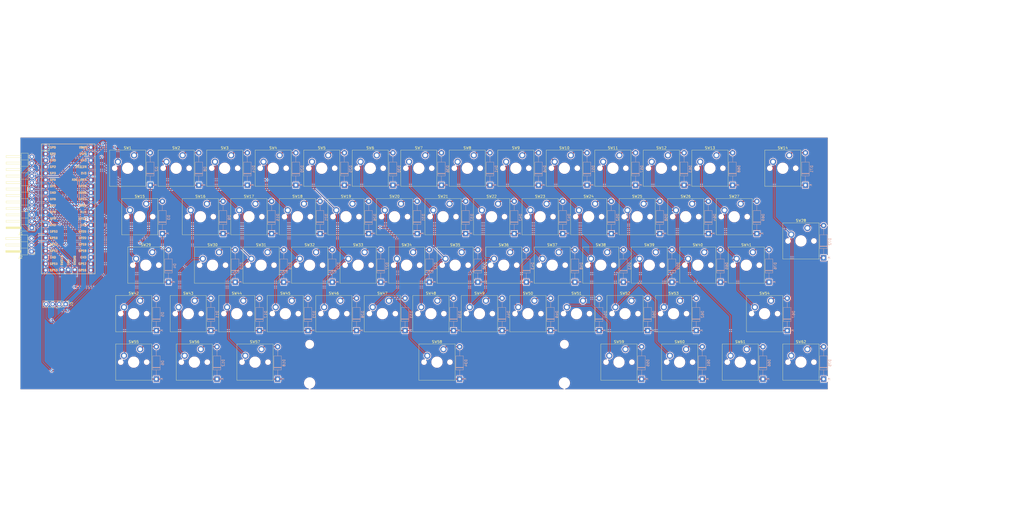
<source format=kicad_pcb>
(kicad_pcb (version 20241229) (generator "pcbnew") (generator_version "9.0")
  (layers (0 "F.Cu" signal) (2 "B.Cu" signal) (13 "F.Paste" user) (15 "B.Paste" user) (5 "F.SilkS" user "F.Silkscreen") (7 "B.SilkS" user "B.Silkscreen") (1 "F.Mask" user) (3 "B.Mask" user) (25 "Edge.Cuts" user))
  (net 0 "")
  (net 1 "ROW1")
  (net 2 "Net-(D2-A)")
  (net 3 "Net-(D3-A)")
  (net 4 "ROW2")
  (net 5 "Net-(D4-A)")
  (net 6 "ROW3")
  (net 7 "Net-(D5-A)")
  (net 8 "ROW4")
  (net 9 "ROW5")
  (net 10 "Net-(D6-A)")
  (net 11 "Net-(D8-A)")
  (net 12 "Net-(D9-A)")
  (net 13 "Net-(D10-A)")
  (net 14 "Net-(D11-A)")
  (net 15 "Net-(D12-A)")
  (net 16 "Net-(D14-A)")
  (net 17 "Net-(D15-A)")
  (net 18 "Net-(D16-A)")
  (net 19 "Net-(D17-A)")
  (net 20 "Net-(D18-A)")
  (net 21 "Net-(D20-A)")
  (net 22 "Net-(D21-A)")
  (net 23 "Net-(D22-A)")
  (net 24 "Net-(D23-A)")
  (net 25 "Net-(D25-A)")
  (net 26 "Net-(D26-A)")
  (net 27 "Net-(D27-A)")
  (net 28 "Net-(D28-A)")
  (net 29 "Net-(D30-A)")
  (net 30 "Net-(D31-A)")
  (net 31 "Net-(D32-A)")
  (net 32 "Net-(D33-A)")
  (net 33 "Net-(D34-A)")
  (net 34 "Net-(D36-A)")
  (net 35 "Net-(D37-A)")
  (net 36 "Net-(D38-A)")
  (net 37 "Net-(D39-A)")
  (net 38 "Net-(D41-A)")
  (net 39 "Net-(D42-A)")
  (net 40 "Net-(D43-A)")
  (net 41 "Net-(D44-A)")
  (net 42 "Net-(D46-A)")
  (net 43 "Net-(D47-A)")
  (net 44 "Net-(D48-A)")
  (net 45 "Net-(D49-A)")
  (net 46 "Net-(D51-A)")
  (net 47 "Net-(D52-A)")
  (net 48 "Net-(D53-A)")
  (net 49 "Net-(D54-A)")
  (net 50 "Net-(D55-A)")
  (net 51 "Net-(D57-A)")
  (net 52 "Net-(D58-A)")
  (net 53 "Net-(D59-A)")
  (net 54 "Net-(D60-A)")
  (net 55 "Net-(D61-A)")
  (net 56 "Net-(D63-A)")
  (net 57 "Net-(D64-A)")
  (net 58 "Net-(D65-A)")
  (net 59 "Net-(D66-A)")
  (net 60 "Net-(D68-A)")
  (net 61 "Net-(D69-A)")
  (net 62 "Net-(D71-A)")
  (net 63 "Net-(D72-A)")
  (net 64 "Net-(D75-A)")
  (net 65 "COL0")
  (net 66 "COL1")
  (net 67 "COL2")
  (net 68 "COL3")
  (net 69 "COL4")
  (net 70 "COL5")
  (net 71 "COL6")
  (net 72 "COL7")
  (net 73 "COL8")
  (net 74 "COL9")
  (net 75 "COL10")
  (net 76 "COL11")
  (net 77 "COL12")
  (net 78 "COL13")
  (net 79 "Net-(J3-Pin_2)")
  (net 80 "Net-(J2-Pin_1)")
  (net 81 "Net-(J1-Pin_3)")
  (net 82 "Net-(J1-Pin_5)")
  (net 83 "Net-(J1-Pin_4)")
  (net 84 "Net-(J3-Pin_4)")
  (net 85 "Net-(J1-Pin_11)")
  (net 86 "Net-(J1-Pin_1)")
  (net 87 "Net-(J1-Pin_8)")
  (net 88 "Net-(J1-Pin_10)")
  (net 89 "ROW0")
  (net 90 "Net-(J2-Pin_3)")
  (net 91 "Net-(J2-Pin_2)")
  (net 92 "Net-(J1-Pin_12)")
  (net 93 "Net-(J3-Pin_3)")
  (net 94 "Net-(J1-Pin_6)")
  (net 95 "Net-(J1-Pin_7)")
  (net 96 "Net-(J1-Pin_2)")
  (net 97 "Net-(J1-Pin_9)")
  (net 98 "Net-(J3-Pin_1)")
  (net 103 "Net-(D76-A)")
  (net 104 "Net-(D62-A)")
  (net 105 "Net-(D67-A)")
  (footprint "Connector_PinHeader_2.54mm:PinHeader_1x04_P2.54mm_Vertical" (layer "F.Cu") (at 13.76 91.53 -90)
    (property "Reference" "J3")
    (property "Value" "Conn_01x04")
  )
  (footprint "ScottoKeebs_MX:MX_PCB_1.00u" (layer "F.Cu") (at 109.5375 76.2)
    (property "Reference" "SW32")
    (property "Value" "SW_Push")
  )
  (footprint "ScottoKeebs_MX:MX_PCB_1.00u" (layer "F.Cu") (at 195.2625 95.25)
    (property "Reference" "SW50")
    (property "Value" "SW_Push")
  )
  (footprint "ScottoKeebs_MX:MX_PCB_1.00u" (layer "F.Cu") (at 171.45 38.1)
    (property "Reference" "SW8")
    (property "Value" "SW_Push")
  )
  (footprint "ScottoKeebs_MX:MX_PCB_1.00u" (layer "F.Cu") (at 302.4188 114.3)
    (property "Reference" "SW62")
    (property "Value" "SW_Push")
  )
  (footprint "ScottoKeebs_MX:MX_PCB_1.00u" (layer "F.Cu") (at 204.7875 76.2)
    (property "Reference" "SW37")
    (property "Value" "SW_Push")
  )
  (footprint "ScottoKeebs_MX:MX_PCB_1.00u" (layer "F.Cu") (at 159.5438 114.3)
    (property "Reference" "SW58")
    (property "Value" "SW_Push")
  )
  (footprint "ScottoKeebs_MX:MX_PCB_1.00u" (layer "F.Cu") (at 219.075 57.15)
    (property "Reference" "SW24")
    (property "Value" "SW_Push")
  )
  (footprint "ScottoKeebs_MX:MX_PCB_1.00u" (layer "F.Cu") (at 242.8875 76.2)
    (property "Reference" "SW39")
    (property "Value" "SW_Push")
  )
  (footprint "ScottoKeebs_MX:MX_PCB_1.00u" (layer "F.Cu") (at 190.5 38.1)
    (property "Reference" "SW9")
    (property "Value" "SW_Push")
  )
  (footprint "ScottoKeebs_MX:MX_PCB_1.00u" (layer "F.Cu") (at 100.0125 95.25)
    (property "Reference" "SW45")
    (property "Value" "SW_Push")
  )
  (footprint "ScottoKeebs_MX:MX_PCB_1.00u" (layer "F.Cu") (at 166.6875 76.2)
    (property "Reference" "SW35")
    (property "Value" "SW_Push")
  )
  (footprint "ScottoKeebs_MX:MX_PCB_1.00u" (layer "F.Cu") (at 88.1063 114.3)
    (property "Reference" "SW57")
    (property "Value" "SW_Push")
  )
  (footprint "ScottoKeebs_MX:MX_PCB_1.00u" (layer "F.Cu") (at 38.1 38.1)
    (property "Reference" "SW1")
    (property "Value" "SW_Push")
  )
  (footprint "ScottoKeebs_MX:MX_PCB_1.00u" (layer "F.Cu") (at 176.2125 95.25)
    (property "Reference" "SW49")
    (property "Value" "SW_Push")
  )
  (footprint "ScottoKeebs_MX:MX_PCB_1.00u" (layer "F.Cu") (at 214.3125 95.25)
    (property "Reference" "SW51")
    (property "Value" "SW_Push")
  )
  (footprint "ScottoKeebs_MX:MX_PCB_1.00u" (layer "F.Cu") (at 104.775 57.15)
    (property "Reference" "SW18")
    (property "Value" "SW_Push")
  )
  (footprint "ScottoKeebs_MX:MX_PCB_1.00u" (layer "F.Cu") (at 123.825 57.15)
    (property "Reference" "SW19")
    (property "Value" "SW_Push")
  )
  (footprint "ScottoKeebs_MX:MX_PCB_1.00u" (layer "F.Cu") (at 57.15 38.1)
    (property "Reference" "SW2")
    (property "Value" "SW_Push")
  )
  (footprint "ScottoKeebs_MX:MX_PCB_1.00u" (layer "F.Cu") (at 180.975 57.15)
    (property "Reference" "SW22")
    (property "Value" "SW_Push")
  )
  (footprint "ScottoKeebs_MX:MX_PCB_1.00u" (layer "F.Cu") (at 276.225 57.15)
    (property "Reference" "SW27")
    (property "Value" "SW_Push")
  )
  (footprint "ScottoKeebs_MX:MX_PCB_1.00u" (layer "F.Cu") (at 40.4813 95.25)
    (property "Reference" "SW42")
    (property "Value" "SW_Push")
  )
  (footprint "ScottoKeebs_MX:MX_PCB_1.00u" (layer "F.Cu") (at 266.7 38.1)
    (property "Reference" "SW13")
    (property "Value" "SW_Push")
  )
  (footprint "ScottoKeebs_MX:MX_PCB_1.00u" (layer "F.Cu") (at 157.1625 95.25)
    (property "Reference" "SW48")
    (property "Value" "SW_Push")
  )
  (footprint "ScottoKeebs_MX:MX_PCB_1.00u" (layer "F.Cu") (at 40.4813 114.3)
    (property "Reference" "SW55")
    (property "Value" "SW_Push")
  )
  (footprint "ScottoKeebs_MX:MX_PCB_1.00u" (layer "F.Cu") (at 119.0625 95.25)
    (property "Reference" "SW46")
    (property "Value" "SW_Push")
  )
  (footprint "ScottoKeebs_MX:MX_PCB_1.00u" (layer "F.Cu") (at 66.675 57.15)
    (property "Reference" "SW16")
    (property "Value" "SW_Push")
  )
  (footprint "ScottoKeebs_MX:MX_PCB_1.00u" (layer "F.Cu") (at 161.925 57.15)
    (property "Reference" "SW21")
    (property "Value" "SW_Push")
  )
  (footprint "ScottoKeebs_MX:MX_PCB_1.00u" (layer "F.Cu") (at 76.2 38.1)
    (property "Reference" "SW3")
    (property "Value" "SW_Push")
  )
  (footprint "ScottoKeebs_MX:MX_PCB_1.00u" (layer "F.Cu") (at 71.4375 76.2)
    (property "Reference" "SW30")
    (property "Value" "SW_Push")
  )
  (footprint "ScottoKeebs_MX:MX_PCB_1.00u" (layer "F.Cu") (at 90.4875 76.2)
    (property "Reference" "SW31")
    (property "Value" "SW_Push")
  )
  (footprint "ScottoKeebs_MX:MX_PCB_1.00u" (layer "F.Cu") (at 147.6375 76.2)
    (property "Reference" "SW34")
    (property "Value" "SW_Push")
  )
  (footprint "ScottoKeebs_MX:MX_PCB_1.00u" (layer "F.Cu") (at 238.125 57.15)
    (property "Reference" "SW25")
    (property "Value" "SW_Push")
  )
  (footprint "ScottoKeebs_MX:MX_PCB_1.00u" (layer "F.Cu") (at 114.3 38.1)
    (property "Reference" "SW5")
    (property "Value" "SW_Push")
  )
  (footprint "ScottoKeebs_MX:MX_PCB_1.00u" (layer "F.Cu") (at 280.9875 76.2)
    (property "Reference" "SW41")
    (property "Value" "SW_Push")
  )
  (footprint "ScottoKeebs_MX:MX_PCB_1.00u" (layer "F.Cu") (at 295.275 38.1)
    (property "Reference" "SW14")
    (property "Value" "SW_Push")
  )
  (footprint "ScottoKeebs_MX:MX_PCB_1.00u" (layer "F.Cu") (at 288.1313 95.25)
    (property "Reference" "SW54")
    (property "Value" "SW_Push")
  )
  (footprint "ScottoKeebs_MX:MX_PCB_1.00u" (layer "F.Cu") (at 142.875 57.15)
    (property "Reference" "SW20")
    (property "Value" "SW_Push")
  )
  (footprint "Connector_PinHeader_2.54mm:PinHeader_1x12_P2.54mm_Horizontal" (layer "F.Cu") (at 0.48 61.5 180)
    (property "Reference" "J1")
    (property "Value" "Conn_01x12")
  )
  (footprint "ScottoKeebs_MX:MX_PCB_1.00u" (layer "F.Cu") (at 209.55 38.1)
    (property "Reference" "SW10")
    (property "Value" "SW_Push")
  )
  (footprint "ScottoKeebs_MX:MX_PCB_1.00u" (layer "F.Cu") (at 233.3625 95.25)
    (property "Reference" "SW52")
    (property "Value" "SW_Push")
  )
  (footprint "ScottoKeebs_MX:MX_PCB_1.00u" (layer "F.Cu") (at 247.65 38.1)
    (property "Reference" "SW12")
    (property "Value" "SW_Push")
  )
  (footprint "ScottoKeebs_MX:MX_PCB_1.00u" (layer "F.Cu") (at 61.9125 95.25)
    (property "Reference" "SW43")
    (property "Value" "SW_Push")
  )
  (footprint "ScottoKeebs_MX:MX_PCB_1.00u" (layer "F.Cu") (at 152.4 38.1)
    (property "Reference" "SW7")
    (property "Value" "SW_Push")
  )
  (footprint "ScottoKeebs_MX:MX_PCB_1.00u" (layer "F.Cu") (at 42.8625 57.15)
    (property "Reference" "SW15")
    (property "Value" "SW_Push")
  )
  (footprint "ScottoKeebs_MX:MX_PCB_1.00u" (layer "F.Cu") (at 64.2938 114.3)
    (property "Reference" "SW56")
    (property "Value" "SW_Push")
  )
  (footprint "ScottoKeebs_MX:MX_PCB_1.00u" (layer "F.Cu") (at 85.725 57.15)
    (property "Reference" "SW17")
    (property "Value" "SW_Push")
  )
  (footprint "ScottoKeebs_MX:MX_PCB_1.00u" (layer "F.Cu") (at 261.9375 76.2)
    (property "Reference" "SW40")
    (property "Value" "SW_Push")
  )
  (footprint "ScottoKeebs_MX:MX_PCB_1.00u" (layer "F.Cu") (at 228.6 38.1)
    (property "Reference" "SW11")
    (property "Value" "SW_Push")
  )
  (footprint "ScottoKeebs_MX:MX_PCB_1.00u" (layer "F.Cu") (at 257.175 57.15)
    (property "Reference" "SW26")
    (property "Value" "SW_Push")
  )
  (footprint "Connector_PinHeader_2.54mm:PinHeader_1x03_P2.54mm_Horizontal" (layer "F.Cu") (at 0.38 70.79 180)
    (property "Reference" "J2")
    (property "Value" "Conn_01x03")
  )
  (footprint "ScottoKeebs_MX:MX_PCB_1.00u" (layer "F.Cu") (at 254.7938 114.3)
    (property "Reference" "SW60")
    (property "Value" "SW_Push")
  )
  (footprint "ScottoKeebs_MX:MX_PCB_1.00u" (layer "F.Cu") (at 138.1125 95.25)
    (property "Reference" "SW47")
    (property "Value" "SW_Push")
  )
  (footprint "ScottoKeebs_MX:MX_PCB_1.00u" (layer "F.Cu") (at 278.6063 114.3)
    (property "Reference" "SW61")
    (property "Value" "SW_Push")
  )
  (footprint "ScottoKeebs_MX:MX_PCB_1.00u" (layer "F.Cu") (at 185.7375 76.2)
    (property "Reference" "SW36")
    (property "Value" "SW_Push")
  )
  (footprint "ScottoKeebs_MX:MX_PCB_1.00u" (layer "F.Cu") (at 80.9625 95.25)
    (property "Reference" "SW44")
    (property "Value" "SW_Push")
  )
  (footprint "ScottoKeebs_MX:MX_PCB_1.00u" (layer "F.Cu") (at 95.25 38.1)
    (property "Reference" "SW4")
    (property "Value" "SW_Push")
  )
  (footprint "ScottoKeebs_Stabilizer:Stabilizer_MX_6.25u" (layer "F.Cu") (at 159.56 114.27)
    (property "Reference" "REF**" (hide yes))
    (property "Value" "Stabilizer_MX_6.25u" (hide yes))
  )
  (footprint "ScottoKeebs_MX:MX_PCB_1.00u" (layer "F.Cu") (at 223.8375 76.2)
    (property "Reference" "SW38")
    (property "Value" "SW_Push")
  )
  (footprint "ScottoKeebs_MX:MX_PCB_1.00u" (layer "F.Cu") (at 230.9813 114.3)
    (property "Reference" "SW59")
    (property "Value" "SW_Push")
  )
  (footprint "ScottoKeebs_MX:MX_PCB_1.00u" (layer "F.Cu") (at 133.35 38.1)
    (property "Reference" "SW6")
    (property "Value" "SW_Push")
  )
  (footprint "ScottoKeebs_MCU:Raspberry_Pi_Pico" (layer "F.Cu") (at 14.8 54.07)
    (property "Reference" "U2" (hide yes))
    (property "Value" "Raspberry_Pi_Pico" (hide yes))
  )
  (footprint "ScottoKeebs_MX:MX_PCB_1.00u" (layer "F.Cu") (at 200.025 57.15)
    (property "Reference" "SW23")
    (property "Value" "SW_Push")
  )
  (footprint "ScottoKeebs_MX:MX_PCB_1.00u" (layer "F.Cu") (at 128.5875 76.2)
    (property "Reference" "SW33")
    (property "Value" "SW_Push")
  )
  (footprint "ScottoKeebs_MX:MX_PCB_1.00u" (layer "F.Cu") (at 45.2438 76.2)
    (property "Reference" "SW29")
    (property "Value" "SW_Push")
  )
  (footprint "ScottoKeebs_MX:MX_PCB_1.00u" (layer "F.Cu") (at 252.4125 95.25)
    (property "Reference" "SW53")
    (property "Value" "SW_Push")
  )
  (footprint "ScottoKeebs_MX:MX_PCB_1.00u" (layer "F.Cu") (at 302.4188 66.675)
    (property "Reference" "SW28")
    (property "Value" "SW_Push")
  )
  (footprint "Diode_THT:D_DO-41_SOD81_P12.70mm_Horizontal" (layer "B.Cu") (at 89.8538 101.895 90)
    (property "Reference" "D17")
    (property "Value" "D")
  )
  (footprint "Diode_THT:D_DO-41_SOD81_P12.70mm_Horizontal" (layer "B.Cu") (at 237.4913 44.745 90)
    (property "Reference" "D57")
    (property "Value" "D")
  )
  (footprint "Diode_THT:D_DO-41_SOD81_P12.70mm_Horizontal" (layer "B.Cu") (at 239.8725 120.945 90)
    (property "Reference" "D55")
    (property "Value" "D")
  )
  (footprint "Diode_THT:D_DO-41_SOD81_P12.70mm_Horizontal" (layer "B.Cu") (at 304.1663 44.745 90)
    (property "Reference" "D71")
    (property "Value" "D")
  )
  (footprint "Diode_THT:D_DO-41_SOD81_P12.70mm_Horizontal" (layer "B.Cu") (at 70.8038 101.895 90)
    (property "Reference" "D11")
    (property "Value" "D")
  )
  (footprint "Diode_THT:D_DO-41_SOD81_P12.70mm_Horizontal" (layer "B.Cu") (at 118.4288 82.845 90)
    (property "Reference" "D22")
    (property "Value" "D")
  )
  (footprint "Diode_THT:D_DO-41_SOD81_P12.70mm_Horizontal" (layer "B.Cu") (at 161.2913 44.745 90)
    (property "Reference" "D36")
    (property "Value" "D")
  )
  (footprint "Diode_THT:D_DO-41_SOD81_P12.70mm_Horizontal" (layer "B.Cu") (at 94.6163 63.795 90)
    (property "Reference" "D15")
    (property "Value" "D")
  )
  (footprint "Diode_THT:D_DO-41_SOD81_P12.70mm_Horizontal" (layer "B.Cu") (at 185.1038 101.895 90)
    (property "Reference" "D44")
    (property "Value" "D")
  )
  (footprint "Diode_THT:D_DO-41_SOD81_P12.70mm_Horizontal" (layer "B.Cu") (at 242.2538 101.895 90)
    (property "Reference" "D60")
    (property "Value" "D")
  )
  (footprint "Diode_THT:D_DO-41_SOD81_P12.70mm_Horizontal" (layer "B.Cu") (at 127.9538 101.895 90)
    (property "Reference" "D28")
    (property "Value" "D")
  )
  (footprint "Diode_THT:D_DO-41_SOD81_P12.70mm_Horizontal" (layer "B.Cu") (at 80.3288 82.845 90)
    (property "Reference" "D10")
    (property "Value" "D")
  )
  (footprint "Diode_THT:D_DO-41_SOD81_P12.70mm_Horizontal" (layer "B.Cu") (at 251.7788 82.845 90)
    (property "Reference" "D59")
    (property "Value" "D")
  )
  (footprint "Diode_THT:D_DO-41_SOD81_P12.70mm_Horizontal" (layer "B.Cu") (at 170.8163 63.795 90)
    (property "Reference" "D37")
    (property "Value" "D")
  )
  (footprint "Diode_THT:D_DO-41_SOD81_P12.70mm_Horizontal" (layer "B.Cu") (at 166.0538 101.895 90)
    (property "Reference" "D39")
    (property "Value" "D")
  )
  (footprint "Diode_THT:D_DO-41_SOD81_P12.70mm_Horizontal" (layer "B.Cu") (at 66.0413 44.745 90)
    (property "Reference" "D8")
    (property "Value" "D")
  )
  (footprint "Diode_THT:D_DO-41_SOD81_P12.70mm_Horizontal" (layer "B.Cu") (at 73.185 120.945 90)
    (property "Reference" "D12")
    (property "Value" "D")
  )
  (footprint "Diode_THT:D_DO-41_SOD81_P12.70mm_Horizontal" (layer "B.Cu") (at 137.4788 82.845 90)
    (property "Reference" "D27")
    (property "Value" "D")
  )
  (footprint "Diode_THT:D_DO-41_SOD81_P12.70mm_Horizontal" (layer "B.Cu") (at 96.9975 120.945 90)
    (property "Reference" "D18")
    (property "Value" "D")
  )
  (footprint "Diode_THT:D_DO-41_SOD81_P12.70mm_Horizontal" (layer "B.Cu") (at 142.2413 44.745 90)
    (property "Reference" "D30")
    (property "Value" "D")
  )
  (footprint "Diode_THT:D_DO-41_SOD81_P12.70mm_Horizontal" (layer "B.Cu") (at 285.1163 63.795 90)
    (property "Reference" "D69")
    (property "Value" "D")
  )
  (footprint "Diode_THT:D_DO-41_SOD81_P12.70mm_Horizontal" (layer "B.Cu") (at 85.0913 44.745 90)
    (property "Reference" "D14")
    (property "Value" "D")
  )
  (footprint "Diode_THT:D_DO-41_SOD81_P12.70mm_Horizontal" (layer "B.Cu") (at 256.5413 44.745 90)
    (property "Reference" "D63")
    (property "Value" "D")
  )
  (footprint "Diode_THT:D_DO-41_SOD81_P12.70mm_Horizontal" (layer "B.Cu") (at 99.3788 82.845 90)
    (property "Reference" "D16")
    (property "Value" "D")
  )
  (footprint "Diode_THT:D_DO-41_SOD81_P12.70mm_Horizontal" (layer "B.Cu") (at 104.1413 44.745 90)
    (property "Reference" "D20")
    (property "Value" "D")
  )
  (footprint "Diode_THT:D_DO-41_SOD81_P12.70mm_Horizontal" (layer "B.Cu") (at 180.3413 44.745 90)
    (property "Reference" "D41")
    (property "Value" "D")
  )
  (footprint "Diode_THT:D_DO-41_SOD81_P12.70mm_Horizontal" (layer "B.Cu") (at 311.31 120.945 90)
    (property "Reference" "D75")
    (property "Value" "D")
  )
  (footprint "Diode_THT:D_DO-41_SOD81_P12.70mm_Horizontal" (layer "B.Cu") (at 311.31 73.32 90)
    (property "Reference" "D72")
    (property "Value" "D")
  )
  (footprint "Diode_THT:D_DO-41_SOD81_P12.70mm_Horizontal" (layer "B.Cu") (at 108.9038 101.895 90)
    (property "Reference" "D23")
    (property "Value" "D")
  )
  (footprint "Diode_THT:D_DO-41_SOD81_P12.70mm_Horizontal" (layer "B.Cu") (at 147.0038 101.895 90)
    (property "Reference" "D33")
    (property "Value" "D")
  )
  (footprint "Diode_THT:D_DO-41_SOD81_P12.70mm_Horizontal" (layer "B.Cu") (at 275.5913 44.745 90)
    (property "Reference" "D68")
    (property "Value" "D")
  )
  (footprint "Diode_THT:D_DO-41_SOD81_P12.70mm_Horizontal" (layer "B.Cu") (at 263.685 120.945 90)
    (property "Reference" "D61")
    (property "Value" "D")
  )
  (footprint "Diode_THT:D_DO-41_SOD81_P12.70mm_Horizontal" (layer "B.Cu") (at 247.0163 63.795 90)
    (property "Reference" "D58")
    (property "Value" "D")
  )
  (footprint "Diode_THT:D_DO-41_SOD81_P12.70mm_Horizontal" (layer "B.Cu") (at 261.3038 101.895 90)
    (property "Reference" "D62")
    (property "Value" "D")
  )
  (footprint "Diode_THT:D_DO-41_SOD81_P12.70mm_Horizontal" (layer "B.Cu") (at 51.7538 63.795 90)
    (property "Reference" "D3")
    (property "Value" "D")
  )
  (footprint "Diode_THT:D_DO-41_SOD81_P12.70mm_Horizontal" (layer "B.Cu") (at 232.7288 82.845 90)
    (property "Reference" "D53")
    (property "Value" "D")
  )
  (footprint "Diode_THT:D_DO-41_SOD81_P12.70mm_Horizontal" (layer "B.Cu") (at 75.5663 63.795 90)
    (property "Reference" "D9")
    (property "Value" "D")
  )
  (footprint "Diode_THT:D_DO-41_SOD81_P12.70mm_Horizontal" (layer "B.Cu") (at 49.3725 101.895 90)
    (property "Reference" "D5")
    (property "Value" "D")
  )
  (footprint "Diode_THT:D_DO-41_SOD81_P12.70mm_Horizontal" (layer "B.Cu") (at 151.7663 63.795 90)
    (property "Reference" "D31")
    (property "Value" "D")
  )
  (footprint "Diode_THT:D_DO-41_SOD81_P12.70mm_Horizontal" (layer "B.Cu") (at 204.1538 101.895 90)
    (property "Reference" "D49")
    (property "Value" "D")
  )
  (footprint "Diode_THT:D_DO-41_SOD81_P12.70mm_Horizontal" (layer "B.Cu") (at 266.0663 63.795 90)
    (property "Reference" "D64")
    (property "Value" "D")
  )
  (footprint "Diode_THT:D_DO-41_SOD81_P12.70mm_Horizontal" (layer "B.Cu") (at 227.9663 63.795 90)
    (property "Reference" "D52")
    (property "Value" "D")
  )
  (footprint "Diode_THT:D_DO-41_SOD81_P12.70mm_Horizontal" (layer "B.Cu") (at 194.6288 82.845 90)
    (property "Reference" "D43")
    (property "Value" "D")
  )
  (footprint "Diode_THT:D_DO-41_SOD81_P12.70mm_Horizontal" (layer "B.Cu") (at 199.3913 44.745 90)
    (property "Reference" "D46")
    (property "Value" "D")
  )
  (footprint "Diode_THT:D_DO-41_SOD81_P12.70mm_Horizontal" (layer "B.Cu") (at 289.8788 82.845 90)
    (property "Reference" "D76")
    (property "Value" "D")
  )
  (footprint "Diode_THT:D_DO-41_SOD81_P12.70mm_Horizontal" (layer "B.Cu") (at 175.5788 82.845 90)
    (property "Reference" "D38")
    (property "Value" "D")
  )
  (footprint "Diode_THT:D_DO-41_SOD81_P12.70mm_Horizontal" (layer "B.Cu") (at 189.8663 63.795 90)
    (property "Reference" "D42")
    (property "Value" "D")
  )
  (footprint "Diode_THT:D_DO-41_SOD81_P12.70mm_Horizontal" (layer "B.Cu") (at 218.4413 44.745 90)
    (property "Reference" "D51")
    (property "Value" "D")
  )
  (footprint "Diode_THT:D_DO-41_SOD81_P12.70mm_Horizontal" (layer "B.Cu") (at 297.0225 101.895 90)
    (property "Reference" "D67")
    (property "Value" "D")
  )
  (footprint "Diode_THT:D_DO-41_SOD81_P12.70mm_Horizontal" (layer "B.Cu") (at 49.3725 120.945 90)
    (property "Reference" "D6")
    (property "Value" "D")
  )
  (footprint "Diode_THT:D_DO-41_SOD81_P12.70mm_Horizontal" (layer "B.Cu") (at 156.5288 82.845 90)
    (property "Reference" "D32")
    (property "Value" "D")
  )
  (footprint "Diode_THT:D_DO-41_SOD81_P12.70mm_Horizontal" (layer "B.Cu") (at 223.2038 101.895 90)
    (property "Reference" "D54")
    (property "Value" "D")
  )
  (footprint "Diode_THT:D_DO-41_SOD81_P12.70mm_Horizontal" (layer "B.Cu") (at 54.135 82.845 90)
    (property "Reference" "D4")
    (property "Value" "D")
  )
  (footprint "Diode_THT:D_DO-41_SOD81_P12.70mm_Horizontal" (layer "B.Cu") (at 208.9163 63.795 90)
    (property "Reference" "D47")
    (property "Value" "D")
  )
  (footprint "Diode_THT:D_DO-41_SOD81_P12.70mm_Horizontal" (layer "B.Cu") (at 213.6788 82.845 90)
    (property "Reference" "D48")
    (property "Value" "D")
  )
  (footprint "Diode_THT:D_DO-41_SOD81_P12.70mm_Horizontal" (layer "B.Cu") (at 113.6663 63.795 90)
    (property "Reference" "D21")
    (property "Value" "D")
  )
  (footprint "Diode_THT:D_DO-41_SOD81_P12.70mm_Horizontal" (layer "B.Cu") (at 132.7163 63.795 90)
    (property "Reference" "D26")
    (property "Value" "D")
  )
  (footprint "Diode_THT:D_DO-41_SOD81_P12.70mm_Horizontal" (layer "B.Cu") (at 46.9913 44.745 90)
    (property "Reference" "D2")
    (property "Value" "D")
  )
  (footprint "Diode_THT:D_DO-41_SOD81_P12.70mm_Horizontal" (layer "B.Cu") (at 270.8288 82.845 90)
    (property "Reference" "D65")
    (property "Value" "D")
  )
  (footprint "Diode_THT:D_DO-41_SOD81_P12.70mm_Horizontal" (layer "B.Cu") (at 287.4975 120.945 90)
    (property "Reference" "D66")
    (property "Value" "D")
  )
  (footprint "Diode_THT:D_DO-41_SOD81_P12.70mm_Horizontal" (layer "B.Cu") (at 168.435 120.945 90)
    (property "Reference" "D34")
    (property "Value" "D")
  )
  (footprint "Diode_THT:D_DO-41_SOD81_P12.70mm_Horizontal" (layer "B.Cu") (at 123.1913 44.745 90)
    (property "Reference" "D25")
    (property "Value" "D")
  )
  (gr_rect (start -4 26) (end 313 125) (stroke (width 0.0991)) (fill no) (layer "Edge.Cuts"))
  (segment (start 275.5913 44.745) (end 256.5413 44.745) (width 0.4064) (layer "F.Cu") (net 1))
  (segment (start 256.5413 44.745) (end 237.4913 44.745) (width 0.4064) (layer "F.Cu") (net 1))
  (segment (start 42.4191 66.7819) (end 42.9849 67.3477) (width 0.4064) (layer "F.Cu") (net 1))
  (segment (start 104.1413 44.745) (end 123.1913 44.745) (width 0.4064) (layer "F.Cu") (net 1))
  (segment (start 7.1681 68.04) (end 8.4262 66.7819) (width 0.4064) (layer "F.Cu") (net 1))
  (segment (start 237.4913 44.745) (end 218.4413 44.745) (width 0.4064) (layer "F.Cu") (net 1))
  (segment (start 199.3913 44.745) (end 180.3413 44.745) (width 0.4064) (layer "F.Cu") (net 1))
  (segment (start 199.3913 44.745) (end 218.4413 44.745) (width 0.4064) (layer "F.Cu") (net 1))
  (segment (start 180.3413 44.745) (end 161.2913 44.745) (width 0.4064) (layer "F.Cu") (net 1))
  (segment (start 142.2413 44.745) (end 161.2913 44.745) (width 0.4064) (layer "F.Cu") (net 1))
  (segment (start 123.1913 44.745) (end 142.2413 44.745) (width 0.4064) (layer "F.Cu") (net 1))
  (segment (start 85.0913 44.745) (end 66.0413 44.745) (width 0.4064) (layer "F.Cu") (net 1))
  (segment (start 85.0913 44.745) (end 104.1413 44.745) (width 0.4064) (layer "F.Cu") (net 1))
  (segment (start 46.9913 44.745) (end 66.0413 44.745) (width 0.4064) (layer "F.Cu") (net 1))
  (segment (start 304.166 44.745) (end 304.1663 44.745) (width 0.4064) (layer "F.Cu") (net 1))
  (segment (start 8.4262 66.7819) (end 42.4191 66.7819) (width 0.4064) (layer "F.Cu") (net 1))
  (segment (start 5.91 68.04) (end 7.1681 68.04) (width 0.4064) (layer "F.Cu") (net 1))
  (segment (start 304.166 44.745) (end 275.5913 44.745) (width 0.4064) (layer "F.Cu") (net 1))
  (via (at 42.9849 67.3477) (size 1) (drill 0.4) (layers "F.Cu" "B.Cu") (net 1))
  (segment (start 46.3559 63.9767) (end 42.9849 67.3477) (width 0.4064) (layer "B.Cu") (net 1))
  (segment (start 46.3559 55.2673) (end 46.3559 63.9767) (width 0.4064) (layer "B.Cu") (net 1))
  (segment (start 46.9913 44.745) (end 46.9913 46.2531) (width 0.4064) (layer "B.Cu") (net 1))
  (segment (start 46.9913 46.2531) (end 47.0931 46.3549) (width 0.4064) (layer "B.Cu") (net 1))
  (segment (start 47.0931 54.5301) (end 46.3559 55.2673) (width 0.4064) (layer "B.Cu") (net 1))
  (segment (start 47.0931 46.3549) (end 47.0931 54.5301) (width 0.4064) (layer "B.Cu") (net 1))
  (segment (start 46.9913 32.045) (end 41.615 32.045) (width 0.4064) (layer "F.Cu") (net 2))
  (segment (start 41.615 32.045) (end 40.64 33.02) (width 0.4064) (layer "F.Cu") (net 2))
  (segment (start 46.3775 51.095) (end 45.4025 52.07) (width 0.4064) (layer "F.Cu") (net 3))
  (segment (start 51.7538 51.095) (end 46.3775 51.095) (width 0.4064) (layer "F.Cu") (net 3))
  (segment (start 208.9163 63.795) (end 227.9663 63.795) (width 0.4064) (layer "F.Cu") (net 4))
  (segment (start 51.7538 63.795) (end 75.5663 63.795) (width 0.4064) (layer "F.Cu") (net 4))
  (segment (start 189.8663 63.795) (end 170.8163 63.795) (width 0.4064) (layer "F.Cu") (net 4))
  (segment (start 189.8663 63.795) (end 208.9163 63.795) (width 0.4064) (layer "F.Cu") (net 4))
  (segment (start 286.624 63.795) (end 296.149 73.32) (width 0.4064) (layer "F.Cu") (net 4))
  (segment (start 296.149 73.32) (end 311.31 73.32) (width 0.4064) (layer "F.Cu") (net 4))
  (segment (start 266.0663 63.795) (end 285.1163 63.795) (width 0.4064) (layer "F.Cu") (net 4))
  (segment (start 132.7163 63.795) (end 113.6663 63.795) (width 0.4064) (layer "F.Cu") (net 4))
  (segment (start 247.0163 63.795) (end 266.0663 63.795) (width 0.4064) (layer "F.Cu") (net 4))
  (segment (start 75.5663 63.795) (end 94.6163 63.795) (width 0.4064) (layer "F.Cu") (net 4))
  (segment (start 7.6797 70.58) (end 8.9378 69.3219) (width 0.4064) (layer "F.Cu") (net 4))
  (segment (start 227.9663 63.795) (end 247.0163 63.795) (width 0.4064) (layer "F.Cu") (net 4))
  (segment (start 113.6663 63.795) (end 94.6163 63.795) (width 0.4064) (layer "F.Cu") (net 4))
  (segment (start 151.7663 63.795) (end 132.7163 63.795) (width 0.4064) (layer "F.Cu") (net 4))
  (segment (start 8.9378 69.3219) (end 51.621 69.3219) (width 0.4064) (layer "F.Cu") (net 4))
  (segment (start 51.621 69.3219) (end 51.7272 69.2157) (width 0.4064) (layer "F.Cu") (net 4))
  (segment (start 5.91 70.58) (end 7.6797 70.58) (width 0.4064) (layer "F.Cu") (net 4))
  (segment (start 170.8163 63.795) (end 151.7663 63.795) (width 0.4064) (layer "F.Cu") (net 4))
  (segment (start 285.1163 63.795) (end 286.624 63.795) (width 0.4064) (layer "F.Cu") (net 4))
  (via (at 51.7272 69.2157) (size 1) (drill 0.4) (layers "F.Cu" "B.Cu") (net 4))
  (segment (start 51.7538 69.1891) (end 51.7272 69.2157) (width 0.4064) (layer "B.Cu") (net 4))
  (segment (start 51.7538 63.795) (end 51.7538 69.1891) (width 0.4064) (layer "B.Cu") (net 4))
  (segment (start 48.7588 70.145) (end 47.7838 71.12) (width 0.4064) (layer "F.Cu") (net 5))
  (segment (start 54.135 70.145) (end 48.7588 70.145) (width 0.4064) (layer "F.Cu") (net 5))
  (segment (start 80.3288 82.845) (end 54.135 82.845) (width 0.4064) (layer "F.Cu") (net 6))
  (segment (start 80.3288 82.845) (end 99.3788 82.845) (width 0.4064) (layer "F.Cu") (net 6))
  (segment (start 175.5788 82.845) (end 194.6288 82.845) (width 0.4064) (layer "F.Cu") (net 6))
  (segment (start 54.135 82.845) (end 31.3931 82.845) (width 0.4064) (layer "F.Cu") (net 6))
  (segment (start 289.879 82.845) (end 289.8788 82.845) (width 0.4064) (layer "F.Cu") (net 6))
  (segment (start 194.6288 82.845) (end 213.6788 82.845) (width 0.4064) (layer "F.Cu") (net 6))
  (segment (start 213.6788 82.845) (end 232.7288 82.845) (width 0.4064) (layer "F.Cu") (net 6))
  (segment (start 137.4788 82.845) (end 118.4288 82.845) (width 0.4064) (layer "F.Cu") (net 6))
  (segment (start 26.7481 78.2) (end 23.69 78.2) (width 0.4064) (layer "F.Cu") (net 6))
  (segment (start 289.8788 82.845) (end 270.8288 82.845) (width 0.4064) (layer "F.Cu") (net 6))
  (segment (start 118.4288 82.845) (end 99.3788 82.845) (width 0.4064) (layer "F.Cu") (net 6))
  (segment (start 175.5788 82.845) (end 156.5288 82.845) (width 0.4064) (layer "F.Cu") (net 6))
  (segment (start 232.7288 82.845) (end 251.7788 82.845) (width 0.4064) (layer "F.Cu") (net 6))
  (segment (start 251.7788 82.845) (end 270.8288 82.845) (width 0.4064) (layer "F.Cu") (net 6))
  (segment (start 156.5288 82.845) (end 137.4788 82.845) (width 0.4064) (layer "F.Cu") (net 6))
  (segment (start 31.3931 82.845) (end 26.7481 78.2) (width 0.4064) (layer "F.Cu") (net 6))
  (segment (start 43.9963 89.195) (end 43.0213 90.17) (width 0.4064) (layer "F.Cu") (net 7))
  (segment (start 49.3725 89.195) (end 43.9963 89.195) (width 0.4064) (layer "F.Cu") (net 7))
  (segment (start 242.2538 101.895) (end 261.3038 101.895) (width 0.4064) (layer "F.Cu") (net 8))
  (segment (start 127.9538 101.895) (end 108.9038 101.895) (width 0.4064) (layer "F.Cu") (net 8))
  (segment (start 223.2038 101.895) (end 242.2538 101.895) (width 0.4064) (layer "F.Cu") (net 8))
  (segment (start 166.0538 101.895) (end 147.0038 101.895) (width 0.4064) (layer "F.Cu") (net 8))
  (segment (start 297.022 101.895) (end 261.3038 101.895) (width 0.4064) (layer "F.Cu") (net 8))
  (segment (start 12.3658 101.895) (end 49.3725 101.895) (width 0.4064) (layer "F.Cu") (net 8))
  (segment (start 147.0038 101.895) (end 127.9538 101.895) (width 0.4064) (layer "F.Cu") (net 8))
  (segment (start 297.022 101.895) (end 297.0225 101.895) (width 0.4064) (layer "F.Cu") (net 8))
  (segment (start 223.2038 101.895) (end 204.1538 101.895) (width 0.4064) (layer "F.Cu") (net 8))
  (segment (start 204.1538 101.895) (end 185.1038 101.895) (width 0.4064) (layer "F.Cu") (net 8))
  (segment (start 70.8038 101.895) (end 89.8538 101.895) (width 0.4064) (layer "F.Cu") (net 8))
  (segment (start 185.1038 101.895) (end 166.0538 101.895) (width 0.4064) (layer "F.Cu") (net 8))
  (segment (start 70.8038 101.895) (end 49.3725 101.895) (width 0.4064) (layer "F.Cu") (net 8))
  (segment (start 8.292 97.8212) (end 12.3658 101.895) (width 0.4064) (layer "F.Cu") (net 8))
  (segment (start 108.9038 101.895) (end 89.8538 101.895) (width 0.4064) (layer "F.Cu") (net 8))
  (via (at 8.292 97.8212) (size 1) (drill 0.4) (layers "F.Cu" "B.Cu") (net 8))
  (segment (start 5.91 75.66) (end 5.91 76.9181) (width 0.4064) (layer "B.Cu") (net 8))
  (segment (start 5.91 76.9181) (end 6.4604 76.9181) (width 0.4064) (layer "B.Cu") (net 8))
  (segment (start 9.95 96.1632) (end 8.292 97.8212) (width 0.4064) (layer "B.Cu") (net 8))
  (segment (start 9.95 80.4077) (end 9.95 96.1632) (width 0.4064) (layer "B.Cu") (net 8))
  (segment (start 6.4604 76.9181) (end 9.95 80.4077) (width 0.4064) (layer "B.Cu") (net 8))
  (segment (start 169.943 120.945) (end 171.072 119.817) (width 0.4064) (layer "F.Cu") (net 9))
  (segment (start 8.2908 117.66) (end 44.5794 117.66) (width 0.4064) (layer "F.Cu") (net 9))
  (segment (start 165.796 119.814) (end 166.927 120.945) (width 0.4064) (layer "F.Cu") (net 9))
  (segment (start 166.927 120.945) (end 168.435 120.945) (width 0.4064) (layer "F.Cu") (net 9))
  (segment (start 238.364 120.945) (end 239.8725 120.945) (width 0.4064) (layer "F.Cu") (net 9))
  (segment (start 98.5056 120.945) (end 99.6367 119.814) (width 0.4064) (layer "F.Cu") (net 9))
  (segment (start 99.6367 119.814) (end 165.796 119.814) (width 0.4064) (layer "F.Cu") (net 9))
  (segment (start 44.5794 117.66) (end 47.8644 120.945) (width 0.4064) (layer "F.Cu") (net 9))
  (segment (start 96.9975 120.945) (end 98.5056 120.945) (width 0.4064) (layer "F.Cu") (net 9))
  (segment (start 171.072 119.817) (end 237.236 119.817) (width 0.4064) (layer "F.Cu") (net 9))
  (segment (start 49.3725 120.945) (end 73.185 120.945) (width 0.4064) (layer "F.Cu") (net 9))
  (segment (start 239.8725 120.945) (end 263.685 120.945) (width 0.4064) (layer "F.Cu") (net 9))
  (segment (start 47.8644 120.945) (end 49.3725 120.945) (width 0.4064) (layer "F.Cu") (net 9))
  (segment (start 73.185 120.945) (end 96.9975 120.945) (width 0.4064) (layer "F.Cu") (net 9))
  (segment (start 287.4975 120.945) (end 311.31 120.945) (width 0.4064) (layer "F.Cu") (net 9))
  (segment (start 263.685 120.945) (end 287.4975 120.945) (width 0.4064) (layer "F.Cu") (net 9))
  (segment (start 237.236 119.817) (end 238.364 120.945) (width 0.4064) (layer "F.Cu") (net 9))
  (segment (start 168.435 120.945) (end 169.943 120.945) (width 0.4064) (layer "F.Cu") (net 9))
  (via (at 8.2908 117.66) (size 1) (drill 0.4) (layers "F.Cu" "B.Cu") (net 9))
  (segment (start 5.91 78.2) (end 5.91 79.4581) (width 0.4064) (layer "B.Cu") (net 9))
  (segment (start 5.91 79.4581) (end 4.8623 80.5058) (width 0.4064) (layer "B.Cu") (net 9))
  (segment (start 4.8623 80.5058) (end 4.8623 114.232) (width 0.4064) (layer "B.Cu") (net 9))
  (segment (start 4.8623 114.232) (end 8.2908 117.66) (width 0.4064) (layer "B.Cu") (net 9))
  (segment (start 43.9963 108.245) (end 43.0213 109.22) (width 0.4064) (layer "F.Cu") (net 10))
  (segment (start 49.3725 108.245) (end 43.9963 108.245) (width 0.4064) (layer "F.Cu") (net 10))
  (segment (start 66.0413 32.045) (end 60.665 32.045) (width 0.4064) (layer "F.Cu") (net 11))
  (segment (start 60.665 32.045) (end 59.69 33.02) (width 0.4064) (layer "F.Cu") (net 11))
  (segment (start 70.19 51.095) (end 69.215 52.07) (width 0.4064) (layer "F.Cu") (net 12))
  (segment (start 75.5663 51.095) (end 70.19 51.095) (width 0.4064) (layer "F.Cu") (net 12))
  (segment (start 80.3288 70.145) (end 74.9525 70.145) (width 0.4064) (layer "F.Cu") (net 13))
  (segment (start 74.9525 70.145) (end 73.9775 71.12) (width 0.4064) (layer "F.Cu") (net 13))
  (segment (start 70.8038 89.195) (end 65.4275 89.195) (width 0.4064) (layer "F.Cu") (net 14))
  (segment (start 65.4275 89.195) (end 64.4525 90.17) (width 0.4064) (layer "F.Cu") (net 14))
  (segment (start 67.8088 108.245) (end 66.8338 109.22) (width 0.4064) (layer "F.Cu") (net 15))
  (segment (start 73.185 108.245) (end 67.8088 108.245) (width 0.4064) (layer "F.Cu") (net 15))
  (segment (start 85.0913 32.045) (end 79.715 32.045) (width 0.4064) (layer "F.Cu") (net 16))
  (segment (start 79.715 32.045) (end 78.74 33.02) (width 0.4064) (layer "F.Cu") (net 16))
  (segment (start 89.24 51.095) (end 88.265 52.07) (width 0.4064) (layer "F.Cu") (net 17))
  (segment (start 94.6163 51.095) (end 89.24 51.095) (width 0.4064) (layer "F.Cu") (net 17))
  (segment (start 94.0025 70.145) (end 93.0275 71.12) (width 0.4064) (layer "F.Cu") (net 18))
  (segment (start 99.3788 70.145) (end 94.0025 70.145) (width 0.4064) (layer "F.Cu") (net 18))
  (segment (start 89.8538 89.195) (end 84.4775 89.195) (width 0.4064) (layer "F.Cu") (net 19))
  (segment (start 84.4775 89.195) (end 83.5025 90.17) (width 0.4064) (layer "F.Cu") (net 19))
  (segment (start 96.9975 108.245) (end 91.6213 108.245) (width 0.4064) (layer "F.Cu") (net 20))
  (segment (start 91.6213 108.245) (end 90.6463 109.22) (width 0.4064) (layer "F.Cu") (net 20))
  (segment (start 104.141 32.045) (end 98.765 32.045) (width 0.4064) (layer "F.Cu") (net 21))
  (segment (start 104.141 32.045) (end 104.1413 32.045) (width 0.4064) (layer "F.Cu") (net 21))
  (segment (start 98.765 32.045) (end 97.79 33.02) (width 0.4064) (layer "F.Cu") (net 21))
  (segment (start 113.666 51.095) (end 113.6663 51.095) (width 0.4064) (layer "F.Cu") (net 22))
  (segment (start 113.666 51.095) (end 108.29 51.095) (width 0.4064) (layer "F.Cu") (net 22))
  (segment (start 108.29 51.095) (end 107.315 52.07) (width 0.4064) (layer "F.Cu") (net 22))
  (segment (start 118.4288 70.145) (end 113.052 70.145) (width 0.4064) (layer "F.Cu") (net 23))
  (segment (start 118.429 70.145) (end 118.4288 70.145) (width 0.4064) (layer "F.Cu") (net 23))
  (segment (start 113.052 70.145) (end 112.565 70.6325) (width 0.4064) (layer "F.Cu") (net 23))
  (segment (start 112.565 70.6325) (end 112.078 71.12) (width 0.4064) (layer "F.Cu") (net 23))
  (segment (start 112.565 70.6325) (end 112.0775 71.12) (width 0.4064) (layer "F.Cu") (net 23))
  (segment (start 108.9038 89.195) (end 103.528 89.195) (width 0.4064) (layer "F.Cu") (net 24))
  (segment (start 103.528 89.195) (end 103.04 89.6825) (width 0.4064) (layer "F.Cu") (net 24))
  (segment (start 103.04 89.6825) (end 102.552 90.17) (width 0.4064) (layer "F.Cu") (net 24))
  (segment (start 108.904 89.195) (end 108.9038 89.195) (width 0.4064) (layer "F.Cu") (net 24))
  (segment (start 103.04 89.6825) (end 102.5525 90.17) (width 0.4064) (layer "F.Cu") (net 24))
  (segment (start 117.815 32.045) (end 116.84 33.02) (width 0.4064) (layer "F.Cu") (net 25))
  (segment (start 123.191 32.045) (end 123.1913 32.045) (width 0.4064) (layer "F.Cu") (net 25))
  (segment (start 123.191 32.045) (end 117.815 32.045) (width 0.4064) (layer "F.Cu") (net 25))
  (segment (start 132.716 51.095) (end 132.7163 51.095) (width 0.4064) (layer "F.Cu") (net 26))
  (segment (start 127.34 51.095) (end 126.365 52.07) (width 0.4064) (layer "F.Cu") (net 26))
  (segment (start 132.716 51.095) (end 127.34 51.095) (width 0.4064) (layer "F.Cu") (net 26))
  (segment (start 131.615 70.6325) (end 131.1275 71.12) (width 0.4064) (layer "F.Cu") (net 27))
  (segment (start 137.479 70.145) (end 137.4788 70.145) (width 0.4064) (layer "F.Cu") (net 27))
  (segment (start 137.4788 70.145) (end 132.102 70.145) (width 0.4064) (layer "F.Cu") (net 27))
  (segment (start 132.102 70.145) (end 131.615 70.6325) (width 0.4064) (layer "F.Cu") (net 27))
  (segment (start 131.615 70.6325) (end 131.128 71.12) (width 0.4064) (layer "F.Cu") (net 27))
  (segment (start 127.954 89.195) (end 127.9538 89.195) (width 0.4064) (layer "F.Cu") (net 28))
  (segment (start 127.9538 89.195) (end 122.578 89.195) (width 0.4064) (layer "F.Cu") (net 28))
  (segment (start 122.578 89.195) (end 122.09 89.6825) (width 0.4064) (layer "F.Cu") (net 28))
  (segment (start 122.09 89.6825) (end 121.602 90.17) (width 0.4064) (layer "F.Cu") (net 28))
  (segment (start 122.09 89.6825) (end 121.6025 90.17) (width 0.4064) (layer "F.Cu") (net 28))
  (segment (start 142.241 32.045) (end 136.865 32.045) (width 0.4064) (layer "F.Cu") (net 29))
  (segment (start 142.241 32.045) (end 142.2413 32.045) (width 0.4064) (layer "F.Cu") (net 29))
  (segment (start 136.865 32.045) (end 135.89 33.02) (width 0.4064) (layer "F.Cu") (net 29))
  (segment (start 151.766 51.095) (end 151.7663 51.095) (width 0.4064) (layer "F.Cu") (net 30))
  (segment (start 146.39 51.095) (end 145.415 52.07) (width 0.4064) (layer "F.Cu") (net 30))
  (segment (start 151.766 51.095) (end 146.39 51.095) (width 0.4064) (layer "F.Cu") (net 30))
  (segment (start 150.665 70.6325) (end 150.178 71.12) (width 0.4064) (layer "F.Cu") (net 31))
  (segment (start 156.529 70.145) (end 156.5288 70.145) (width 0.4064) (layer "F.Cu") (net 31))
  (segment (start 151.152 70.145) (end 150.665 70.6325) (width 0.4064) (layer "F.Cu") (net 31))
  (segment (start 150.665 70.6325) (end 150.1775 71.12) (width 0.4064) (layer "F.Cu") (net 31))
  (segment (start 156.5288 70.145) (end 151.152 70.145) (width 0.4064) (layer "F.Cu") (net 31))
  (segment (start 147.0038 89.195) (end 141.628 89.195) (width 0.4064) (layer "F.Cu") (net 32))
  (segment (start 141.14 89.6825) (end 140.6525 90.17) (width 0.4064) (layer "F.Cu") (net 32))
  (segment (start 141.628 89.195) (end 141.14 89.6825) (width 0.4064) (layer "F.Cu") (net 32))
  (segment (start 141.14 89.6825) (end 140.652 90.17) (width 0.4064) (layer "F.Cu") (net 32))
  (segment (start 147.004 89.195) (end 147.0038 89.195) (width 0.4064) (layer "F.Cu") (net 32))
  (segment (start 168.435 108.245) (end 163.059 108.245) (width 0.4064) (layer "F.Cu") (net 33))
  (segment (start 162.5715 108.7325) (end 162.084 109.22) (width 0.4064) (layer "F.Cu") (net 33))
  (segment (start 163.059 108.245) (end 162.5715 108.7325) (width 0.4064) (layer "F.Cu") (net 33))
  (segment (start 162.5713 108.7325) (end 162.0838 109.22) (width 0.4064) (layer "F.Cu") (net 33))
  (segment (start 162.5715 108.7325) (end 162.5713 108.7325) (width 0.4064) (layer "F.Cu") (net 33))
  (segment (start 155.915 32.045) (end 154.94 33.02) (width 0.4064) (layer "F.Cu") (net 34))
  (segment (start 161.291 32.045) (end 161.2913 32.045) (width 0.4064) (layer "F.Cu") (net 34))
  (segment (start 161.291 32.045) (end 155.915 32.045) (width 0.4064) (layer "F.Cu") (net 34))
  (segment (start 170.816 51.095) (end 165.44 51.095) (width 0.4064) (layer "F.Cu") (net 35))
  (segment (start 165.44 51.095) (end 164.465 52.07) (width 0.4064) (layer "F.Cu") (net 35))
  (segment (start 170.816 51.095) (end 170.8163 51.095) (width 0.4064) (layer "F.Cu") (net 35))
  (segment (start 169.715 70.6325) (end 169.2275 71.12) (width 0.4064) (layer "F.Cu") (net 36))
  (segment (start 169.715 70.6325) (end 169.228 71.12) (width 0.4064) (layer "F.Cu") (net 36))
  (segment (start 170.202 70.145) (end 169.715 70.6325) (width 0.4064) (layer "F.Cu") (net 36))
  (segment (start 175.5788 70.145) (end 170.202 70.145) (width 0.4064) (layer "F.Cu") (net 36))
  (segment (start 175.579 70.145) (end 175.5788 70.145) (width 0.4064) (layer "F.Cu") (net 36))
  (segment (start 160.19 89.6825) (end 159.7025 90.17) (width 0.4064) (layer "F.Cu") (net 37))
  (segment (start 160.678 89.195) (end 160.19 89.6825) (width 0.4064) (layer "F.Cu") (net 37))
  (segment (start 166.054 89.195) (end 166.0538 89.195) (width 0.4064) (layer "F.Cu") (net 37))
  (segment (start 166.0538 89.195) (end 160.678 89.195) (width 0.4064) (layer "F.Cu") (net 37))
  (segment (start 160.19 89.6825) (end 159.702 90.17) (width 0.4064) (layer "F.Cu") (net 37))
  (segment (start 180.341 32.045) (end 174.965 32.045) (width 0.4064) (layer "F.Cu") (net 38))
  (segment (start 174.965 32.045) (end 173.99 33.02) (width 0.4064) (layer "F.Cu") (net 38))
  (segment (start 180.341 32.045) (end 180.3413 32.045) (width 0.4064) (layer "F.Cu") (net 38))
  (segment (start 184.49 51.095) (end 183.515 52.07) (width 0.4064) (layer "F.Cu") (net 39))
  (segment (start 189.866 51.095) (end 184.49 51.095) (width 0.4064) (layer "F.Cu") (net 39))
  (segment (start 189.866 51.095) (end 189.8663 51.095) (width 0.4064) (layer "F.Cu") (net 39))
  (segment (start 188.765 70.6325) (end 188.278 71.12) (width 0.4064) (layer "F.Cu") (net 40))
  (segment (start 188.765 70.6325) (end 188.2775 71.12) (width 0.4064) (layer "F.Cu") (net 40))
  (segment (start 194.6288 70.145) (end 189.252 70.145) (width 0.4064) (layer "F.Cu") (net 40))
  (segment (start 194.629 70.145) (end 194.6288 70.145) (width 0.4064) (layer "F.Cu") (net 40))
  (segment (start 189.252 70.145) (end 188.765 70.6325) (width 0.4064) (layer "F.Cu") (net 40))
  (segment (start 179.24 89.6825) (end 178.7525 90.17) (width 0.4064) (layer "F.Cu") (net 41))
  (segment (start 185.1038 89.195) (end 179.728 89.195) (width 0.4064) (layer "F.Cu") (net 41))
  (segment (start 185.104 89.195) (end 185.1038 89.195) (width 0.4064) (layer "F.Cu") (net 41))
  (segment (start 179.728 89.195) (end 179.24 89.6825) (width 0.4064) (layer "F.Cu") (net 41))
  (segment (start 179.24 89.6825) (end 178.752 90.17) (width 0.4064) (layer "F.Cu") (net 41))
  (segment (start 199.391 32.045) (end 199.3913 32.045) (width 0.4064) (layer "F.Cu") (net 42))
  (segment (start 199.391 32.045) (end 194.015 32.045) (width 0.4064) (layer "F.Cu") (net 42))
  (segment (start 194.015 32.045) (end 193.04 33.02) (width 0.4064) (layer "F.Cu") (net 42))
  (segment (start 203.54 51.095) (end 202.565 52.07) (width 0.4064) (layer "F.Cu") (net 43))
  (segment (start 208.916 51.095) (end 208.9163 51.095) (width 0.4064) (layer "F.Cu") (net 43))
  (segment (start 208.916 51.095) (end 203.54 51.095) (width 0.4064) (layer "F.Cu") (net 43))
  (segment (start 207.815 70.6325) (end 207.328 71.12) (width 0.4064) (layer "F.Cu") (net 44))
  (segment (start 207.815 70.6325) (end 207.3275 71.12) (width 0.4064) (layer "F.Cu") (net 44))
  (segment (start 208.302 70.145) (end 207.815 70.6325) (width 0.4064) (layer "F.Cu") (net 44))
  (segment (start 213.679 70.145) (end 213.6788 70.145) (width 0.4064) (layer "F.Cu") (net 44))
  (segment (start 213.6788 70.145) (end 208.302 70.145) (width 0.4064) (layer "F.Cu") (net 44))
  (segment (start 198.778 89.195) (end 198.29 89.6825) (width 0.4064) (layer "F.Cu") (net 45))
  (segment (start 198.29 89.6825) (end 197.802 90.17) (width 0.4064) (layer "F.Cu") (net 45))
  (segment (start 198.29 89.6825) (end 197.8025 90.17) (width 0.4064) (layer "F.Cu") (net 45))
  (segment (start 204.154 89.195) (end 204.1538 89.195) (width 0.4064) (layer "F.Cu") (net 45))
  (segment (start 204.1538 89.195) (end 198.778 89.195) (width 0.4064) (layer "F.Cu") (net 45))
  (segment (start 218.441 32.045) (end 213.065 32.045) (width 0.4064) (layer "F.Cu") (net 46))
  (segment (start 213.065 32.045) (end 212.09 33.02) (width 0.4064) (layer "F.Cu") (net 46))
  (segment (start 218.441 32.045) (end 218.4413 32.045) (width 0.4064) (layer "F.Cu") (net 46))
  (segment (start 227.966 51.095) (end 227.9663 51.095) (width 0.4064) (layer "F.Cu") (net 47))
  (segment (start 222.59 51.095) (end 221.615 52.07) (width 0.4064) (layer "F.Cu") (net 47))
  (segment (start 227.966 51.095) (end 222.59 51.095) (width 0.4064) (layer "F.Cu") (net 47))
  (segment (start 226.865 70.6325) (end 226.378 71.12) (width 0.4064) (layer "F.Cu") (net 48))
  (segment (start 232.729 70.145) (end 232.7288 70.145) (width 0.4064) (layer "F.Cu") (net 48))
  (segment (start 232.7288 70.145) (end 227.352 70.145) (width 0.4064) (layer "F.Cu") (net 48))
  (segment (start 226.865 70.6325) (end 226.3775 71.12) (width 0.4064) (layer "F.Cu") (net 48))
  (segment (start 227.352 70.145) (end 226.865 70.6325) (width 0.4064) (layer "F.Cu") (net 48))
  (segment (start 217.828 89.195) (end 217.34 89.6825) (width 0.4064) (layer "F.Cu") (net 49))
  (segment (start 223.2038 89.195) (end 217.828 89.195) (width 0.4064) (layer "F.Cu") (net 49))
  (segment (start 217.34 89.6825) (end 216.852 90.17) (width 0.4064) (layer "F.Cu") (net 49))
  (segment (start 217.34 89.6825) (end 216.8525 90.17) (width 0.4064) (layer "F.Cu") (net 49))
  (segment (start 223.204 89.195) (end 223.2038 89.195) (width 0.4064) (layer "F.Cu") (net 49))
  (segment (start 234.496 108.245) (end 233.5213 109.2197) (width 0.4064) (layer "F.Cu") (net 50))
  (segment (start 233.5213 109.2197) (end 233.521 109.22) (width 0.4064) (layer "F.Cu") (net 50))
  (segment (start 233.5213 109.2197) (end 233.5213 109.22) (width 0.4064) (layer "F.Cu") (net 50))
  (segment (start 239.872 108.245) (end 239.8725 108.245) (width 0.4064) (layer "F.Cu") (net 50))
  (segment (start 239.872 108.245) (end 234.496 108.245) (width 0.4064) (layer "F.Cu") (net 50))
  (segment (start 232.115 32.045) (end 231.14 33.02) (width 0.4064) (layer "F.Cu") (net 51))
  (segment (start 237.491 32.045) (end 232.115 32.045) (width 0.4064) (layer "F.Cu") (net 51))
  (segment (start 237.491 32.045) (end 237.4913 32.045) (width 0.4064) (layer "F.Cu") (net 51))
  (segment (start 247.016 51.095) (end 241.64 51.095) (width 0.4064) (layer "F.Cu") (net 52))
  (segment (start 241.64 51.095) (end 240.665 52.07) (width 0.4064) (layer "F.Cu") (net 52))
  (segment (start 247.016 51.095) (end 247.0163 51.095) (width 0.4064) (layer "F.Cu") (net 52))
  (segment (start 251.779 70.145) (end 251.7788 70.145) (width 0.4064) (layer "F.Cu") (net 53))
  (segment (start 246.402 70.145) (end 245.915 70.6325) (width 0.4064) (layer "F.Cu") (net 53))
  (segment (start 245.915 70.6325) (end 245.4275 71.12) (width 0.4064) (layer "F.Cu") (net 53))
  (segment (start 245.915 70.6325) (end 245.428 71.12) (width 0.4064) (layer "F.Cu") (net 53))
  (segment (start 251.7788 70.145) (end 246.402 70.145) (width 0.4064) (layer "F.Cu") (net 53))
  (segment (start 242.254 89.195) (end 242.2538 89.195) (width 0.4064) (layer "F.Cu") (net 54))
  (segment (start 236.39 89.6825) (end 235.902 90.17) (width 0.4064) (layer "F.Cu") (net 54))
  (segment (start 242.2538 89.195) (end 236.878 89.195) (width 0.4064) (layer "F.Cu") (net 54))
  (segment (start 236.878 89.195) (end 236.39 89.6825) (width 0.4064) (layer "F.Cu") (net 54))
  (segment (start 236.39 89.6825) (end 235.9025 90.17) (width 0.4064) (layer "F.Cu") (net 54))
  (segment (start 257.8215 108.7325) (end 257.334 109.22) (width 0.4064) (layer "F.Cu") (net 55))
  (segment (start 257.8215 108.7325) (end 257.8213 108.7325) (width 0.4064) (layer "F.Cu") (net 55))
  (segment (start 263.685 108.245) (end 258.309 108.245) (width 0.4064) (layer "F.Cu") (net 55))
  (segment (start 258.309 108.245) (end 257.8215 108.7325) (width 0.4064) (layer "F.Cu") (net 55))
  (segment (start 257.8213 108.7325) (end 257.3338 109.22) (width 0.4064) (layer "F.Cu") (net 55))
  (segment (start 251.165 32.045) (end 250.19 33.02) (width 0.4064) (layer "F.Cu") (net 56))
  (segment (start 256.541 32.045) (end 256.5413 32.045) (width 0.4064) (layer "F.Cu") (net 56))
  (segment (start 256.541 32.045) (end 251.165 32.045) (width 0.4064) (layer "F.Cu") (net 56))
  (segment (start 266.066 51.095) (end 260.69 51.095) (width 0.4064) (layer "F.Cu") (net 57))
  (segment (start 260.69 51.095) (end 259.715 52.07) (width 0.4064) (layer "F.Cu") (net 57))
  (segment (start 266.066 51.095) (end 266.0663 51.095) (width 0.4064) (layer "F.Cu") (net 57))
  (segment (start 270.829 70.145) (end 270.8288 70.145) (width 0.4064) (layer "F.Cu") (net 58))
  (segment (start 264.965 70.6325) (end 264.478 71.12) (width 0.4064) (layer "F.Cu") (net 58))
  (segment (start 264.965 70.6325) (end 264.4775 71.12) (width 0.4064) (layer "F.Cu") (net 58))
  (segment (start 270.8288 70.145) (end 265.452 70.145) (width 0.4064) (layer "F.Cu") (net 58))
  (segment (start 265.452 70.145) (end 264.965 70.6325) (width 0.4064) (layer "F.Cu") (net 58))
  (segment (start 281.1463 109.2197) (end 281.1463 109.22) (width 0.4064) (layer "F.Cu") (net 59))
  (segment (start 287.4975 108.245) (end 282.121 108.245) (width 0.4064) (layer "F.Cu") (net 59))
  (segment (start 281.1463 109.2197) (end 281.146 109.22) (width 0.4064) (layer "F.Cu") (net 59))
  (segment (start 282.121 108.245) (end 281.1463 109.2197) (width 0.4064) (layer "F.Cu") (net 59))
  (segment (start 287.498 108.245) (end 287.4975 108.245) (width 0.4064) (layer "F.Cu") (net 59))
  (segment (start 275.591 32.045) (end 275.5913 32.045) (width 0.4064) (layer "F.Cu") (net 60))
  (segment (start 275.591 32.045) (end 270.215 32.045) (width 0.4064) (layer "F.Cu") (net 60))
  (segment (start 270.215 32.045) (end 269.24 33.02) (width 0.4064) (layer "F.Cu") (net 60))
  (segment (start 285.116 51.095) (end 285.1163 51.095) (width 0.4064) (layer "F.Cu") (net 61))
  (segment (start 279.74 51.095) (end 278.765 52.07) (width 0.4064) (layer "F.Cu") (net 61))
  (segment (start 285.116 51.095) (end 279.74 51.095) (width 0.4064) (layer "F.Cu") (net 61))
  (segment (start 304.166 32.045) (end 304.1663 32.045) (width 0.4064) (layer "F.Cu") (net 62))
  (segment (start 298.79 32.045) (end 297.815 33.02) (width 0.4064) (layer "F.Cu") (net 62))
  (segment (start 304.166 32.045) (end 298.79 32.045) (width 0.4064) (layer "F.Cu") (net 62))
  (segment (start 305.934 60.62) (end 305.4465 61.1075) (width 0.4064) (layer "F.Cu") (net 63))
  (segment (start 305.4465 61.1075) (end 304.959 61.595) (width 0.4064) (layer "F.Cu") (net 63))
  (segment (start 311.31 60.62) (end 305.934 60.62) (width 0.4064) (layer "F.Cu") (net 63))
  (segment (start 305.4465 61.1075) (end 305.4463 61.1075) (width 0.4064) (layer "F.Cu") (net 63))
  (segment (start 305.4463 61.1075) (end 304.9588 61.595) (width 0.4064) (layer "F.Cu") (net 63))
  (segment (start 305.4465 108.7325) (end 304.959 109.22) (width 0.4064) (layer "F.Cu") (net 64))
  (segment (start 305.934 108.245) (end 305.4465 108.7325) (width 0.4064) (layer "F.Cu") (net 64))
  (segment (start 305.4463 108.7325) (end 304.9588 109.22) (width 0.4064) (layer "F.Cu") (net 64))
  (segment (start 311.31 108.245) (end 305.934 108.245) (width 0.4064) (layer "F.Cu") (net 64))
  (segment (start 305.4465 108.7325) (end 305.4463 108.7325) (width 0.4064) (layer "F.Cu") (net 64))
  (segment (start 5.91 29.94) (end 7.1681 29.94) (width 0.4064) (layer "F.Cu") (net 65))
  (segment (start 8.4262 28.6819) (end 26.509 28.6819) (width 0.4064) (layer "F.Cu") (net 65))
  (segment (start 7.1681 29.94) (end 8.4262 28.6819) (width 0.4064) (layer "F.Cu") (net 65))
  (segment (start 27.5762 29.7491) (end 33.0723 29.7491) (width 0.4064) (layer "F.Cu") (net 65))
  (segment (start 26.509 28.6819) (end 27.5762 29.7491) (width 0.4064) (layer "F.Cu") (net 65))
  (via (at 33.0723 29.7491) (size 1) (drill 0.4) (layers "F.Cu" "B.Cu") (net 65))
  (segment (start 39.0525 54.61) (end 34.7646 50.3221) (width 0.4064) (layer "B.Cu") (net 65))
  (segment (start 36.9679 93.0066) (end 36.6713 92.71) (width 0.4064) (layer "B.Cu") (net 65))
  (segment (start 34.7646 50.3221) (end 34.7646 36.0346) (width 0.4064) (layer "B.Cu") (net 65))
  (segment (start 39.5271 55.0846) (end 39.0525 54.61) (width 0.4064) (layer "B.Cu") (net 65))
  (segment (start 34.7646 36.0346) (end 34.29 35.56) (width 0.4064) (layer "B.Cu") (net 65))
  (segment (start 36.6713 92.71) (end 41.7304 87.6509) (width 0.4064) (layer "B.Cu") (net 65))
  (segment (start 41.4338 73.66) (end 39.5271 71.7533) (width 0.4064) (layer "B.Cu") (net 65))
  (segment (start 39.5271 71.7533) (end 39.5271 55.0846) (width 0.4064) (layer "B.Cu") (net 65))
  (segment (start 41.7304 73.9566) (end 41.4338 73.66) (width 0.4064) (layer "B.Cu") (net 65))
  (segment (start 41.7304 87.6509) (end 41.7304 73.9566) (width 0.4064) (layer "B.Cu") (net 65))
  (segment (start 34.29 30.9668) (end 34.29 35.56) (width 0.4064) (layer "B.Cu") (net 65))
  (segment (start 36.6713 111.76) (end 36.9679 111.463) (width 0.4064) (layer "B.Cu") (net 65))
  (segment (start 36.9679 111.463) (end 36.9679 93.0066) (width 0.4064) (layer "B.Cu") (net 65))
  (segment (start 33.0723 29.7491) (end 34.29 30.9668) (width 0.4064) (layer "B.Cu") (net 65))
  (segment (start 5.91 32.48) (end 7.1681 32.48) (width 0.4064) (layer "F.Cu") (net 66))
  (segment (start 8.45 31.1981) (end 34.9551 31.1981) (width 0.4064) (layer "F.Cu") (net 66))
  (segment (start 34.9551 31.1981) (end 39.1664 35.4094) (width 0.4064) (layer "F.Cu") (net 66))
  (segment (start 7.1681 32.48) (end 8.45 31.1981) (width 0.4064) (layer "F.Cu") (net 66))
  (segment (start 39.1664 35.4094) (end 53.1894 35.4094) (width 0.4064) (layer "F.Cu") (net 66))
  (segment (start 53.1894 35.4094) (end 53.34 35.56) (width 0.4064) (layer "F.Cu") (net 66))
  (segment (start 58.5771 93.1846) (end 58.5771 78.6554) (width 0.4064) (layer "B.Cu") (net 66))
  (segment (start 63.5725 73.66) (end 67.6275 73.66) (width 0.4064) (layer "B.Cu") (net 66))
  (segment (start 58.5771 109.853) (end 58.5771 93.604) (width 0.4064) (layer "B.Cu") (net 66))
  (segment (start 63.5725 73.66) (end 63.5725 55.3175) (width 0.4064) (layer "B.Cu") (net 66))
  (segment (start 53.34 35.56) (end 53.8145 36.0345) (width 0.4064) (layer "B.Cu") (net 66))
  (segment (start 58.5771 93.604) (end 58.5771 93.1846) (width 0.4064) (layer "B.Cu") (net 66))
  (segment (start 58.5771 93.1846) (end 58.1025 92.71) (width 0.4064) (layer "B.Cu") (net 66))
  (segment (start 58.5771 78.6554) (end 63.5725 73.66) (width 0.4064) (layer "B.Cu") (net 66))
  (segment (start 53.8145 45.5595) (end 62.865 54.61) (width 0.4064) (layer "B.Cu") (net 66))
  (segment (start 63.5725 55.3175) (end 62.865 54.61) (width 0.4064) (layer "B.Cu") (net 66))
  (segment (start 53.8145 36.0345) (end 53.8145 45.5595) (width 0.4064) (layer "B.Cu") (net 66))
  (segment (start 58.5771 93.604) (end 58.5771 93.1846) (width 0.4064) (layer "B.Cu") (net 66))
  (segment (start 60.4838 111.76) (end 58.5771 109.853) (width 0.4064) (layer "B.Cu") (net 66))
  (segment (start 26.7481 68.04) (end 26.9945 68.2864) (width 0.4064) (layer "F.Cu") (net 67))
  (segment (start 81.3039 68.2864) (end 86.6775 73.66) (width 0.4064) (layer "F.Cu") (net 67))
  (segment (start 26.9945 68.2864) (end 81.3039 68.2864) (width 0.4064) (layer "F.Cu") (net 67))
  (segment (start 23.69 68.04) (end 26.7481 68.04) (width 0.4064) (layer "F.Cu") (net 67))
  (segment (start 81.915 54.61) (end 83.0249 55.7199) (width 0.4064) (layer "B.Cu") (net 67))
  (segment (start 77.627 105.091) (end 84.2963 111.76) (width 0.4064) (layer "B.Cu") (net 67))
  (segment (start 72.8645 45.5595) (end 81.915 54.61) (width 0.4064) (layer "B.Cu") (net 67))
  (segment (start 77.627 93.1845) (end 77.627 105.091) (width 0.4064) (layer "B.Cu") (net 67))
  (segment (start 86.2088 73.1913) (end 86.6775 73.66) (width 0.4064) (layer "B.Cu") (net 67))
  (segment (start 72.39 35.56) (end 72.8645 36.0345) (width 0.4064) (layer "B.Cu") (net 67))
  (segment (start 72.8645 36.0345) (end 72.8645 45.5595) (width 0.4064) (layer "B.Cu") (net 67))
  (segment (start 77.1525 92.71) (end 77.627 93.1845) (width 0.4064) (layer "B.Cu") (net 67))
  (segment (start 83.0249 55.7199) (end 83.0249 70.0074) (width 0.4064) (layer "B.Cu") (net 67))
  (segment (start 83.0249 70.0074) (end 86.2088 73.1913) (width 0.4064) (layer "B.Cu") (net 67))
  (segment (start 86.2088 73.1913) (end 77.1525 82.2476) (width 0.4064) (layer "B.Cu") (net 67))
  (segment (start 77.1525 82.2476) (end 77.1525 92.71) (width 0.4064) (layer "B.Cu") (net 67))
  (segment (start 11.4558 36.3019) (end 8.7645 33.6106) (width 0.4064) (layer "F.Cu") (net 68))
  (segment (start 34.9298 42.6609) (end 28.5708 36.3019) (width 0.4064) (layer "F.Cu") (net 68))
  (segment (start 92.5479 42.6609) (end 34.9298 42.6609) (width 0.4064) (layer "F.Cu") (net 68))
  (segment (start 28.5708 36.3019) (end 11.4558 36.3019) (width 0.4064) (layer "F.Cu") (net 68))
  (via (at 92.5479 42.6609) (size 1) (drill 0.4) (layers "F.Cu" "B.Cu") (net 68))
  (via (at 8.7645 33.6106) (size 1) (drill 0.4) (layers "F.Cu" "B.Cu") (net 68))
  (segment (start 96.2025 82.2027) (end 105.236 73.1688) (width 0.4064) (layer "B.Cu") (net 68))
  (segment (start 92.5479 36.6679) (end 92.5479 42.6609) (width 0.4064) (layer "B.Cu") (net 68))
  (segment (start 105.482 73.4144) (end 105.7275 73.6599) (width 0.4064) (layer "B.Cu") (net 68))
  (segment (start 8.7645 34.5213) (end 8.7645 33.6106) (width 0.4064) (layer "B.Cu") (net 68))
  (segment (start 91.44 35.56) (end 92.5479 36.6679) (width 0.4064) (layer "B.Cu") (net 68))
  (segment (start 101.44 55.0845) (end 101.44 69.372) (width 0.4064) (layer "B.Cu") (net 68))
  (segment (start 105.482 73.4144) (end 105.728 73.66) (width 0.4064) (layer "B.Cu") (net 68))
  (segment (start 96.2025 92.71) (end 96.2025 82.2027) (width 0.4064) (layer "B.Cu") (net 68))
  (segment (start 6.9839 36.3019) (end 8.7645 34.5213) (width 0.4064) (layer "B.Cu") (net 68))
  (segment (start 100.965 54.61) (end 101.44 55.0845) (width 0.4064) (layer "B.Cu") (net 68))
  (segment (start 92.5479 42.6609) (end 92.5479 46.1929) (width 0.4064) (layer "B.Cu") (net 68))
  (segment (start 92.5479 46.1929) (end 100.965 54.61) (width 0.4064) (layer "B.Cu") (net 68))
  (segment (start 105.7275 73.6599) (end 105.7275 73.66) (width 0.4064) (layer "B.Cu") (net 68))
  (segment (start 105.236 73.1688) (end 105.482 73.4144) (width 0.4064) (layer "B.Cu") (net 68))
  (segment (start 5.91 37.56) (end 5.91 36.3019) (width 0.4064) (layer "B.Cu") (net 68))
  (segment (start 101.44 69.372) (end 105.236 73.1688) (width 0.4064) (layer "B.Cu") (net 68))
  (segment (start 5.91 36.3019) (end 6.9839 36.3019) (width 0.4064) (layer "B.Cu") (net 68))
  (segment (start 29.1545 38.8419) (end 36.781 46.4684) (width 0.4064) (layer "F.Cu") (net 69))
  (segment (start 5.91 40.1) (end 19.166 40.1) (width 0.4064) (layer "F.Cu") (net 69))
  (segment (start 20.4241 38.8419) (end 29.1545 38.8419) (width 0.4064) (layer "F.Cu") (net 69))
  (segment (start 36.781 46.4684) (end 111.873 46.4684) (width 0.4064) (layer "F.Cu") (net 69))
  (segment (start 111.873 46.4684) (end 120.015 54.61) (width 0.4064) (layer "F.Cu") (net 69))
  (segment (start 19.166 40.1) (end 20.4241 38.8419) (width 0.4064) (layer "F.Cu") (net 69))
  (segment (start 115.252 92.71) (end 115.252 88.3783) (width 0.4064) (layer "B.Cu") (net 69))
  (segment (start 124.298 73.1808) (end 120.49 69.3721) (width 0.4064) (layer "B.Cu") (net 69))
  (segment (start 115.252 88.3783) (end 115.2525 88.3788) (width 0.4064) (layer "B.Cu") (net 69))
  (segment (start 115.252 88.3783) (end 115.252 82.2266) (width 0.4064) (layer "B.Cu") (net 69))
  (segment (start 124.538 73.4204) (end 124.298 73.1808) (width 0.4064) (layer "B.Cu") (net 69))
  (segment (start 115.2525 88.3788) (end 115.2525 92.71) (width 0.4064) (layer "B.Cu") (net 69))
  (segment (start 110.49 35.56) (end 110.964 36.0345) (width 0.4064) (layer "B.Cu") (net 69))
  (segment (start 124.7775 73.6599) (end 124.7775 73.66) (width 0.4064) (layer "B.Cu") (net 69))
  (segment (start 124.778 73.66) (end 124.538 73.4204) (width 0.4064) (layer "B.Cu") (net 69))
  (segment (start 124.538 73.4204) (end 124.7775 73.6599) (width 0.4064) (layer "B.Cu") (net 69))
  (segment (start 120.49 55.0846) (end 120.015 54.61) (width 0.4064) (layer "B.Cu") (net 69))
  (segment (start 110.964 45.5595) (end 120.015 54.61) (width 0.4064) (layer "B.Cu") (net 69))
  (segment (start 110.964 36.0345) (end 110.964 45.5595) (width 0.4064) (layer "B.Cu") (net 69))
  (segment (start 115.252 82.2266) (end 124.298 73.1808) (width 0.4064) (layer "B.Cu") (net 69))
  (segment (start 120.49 69.3721) (end 120.49 55.0846) (width 0.4064) (layer "B.Cu") (net 69))
  (segment (start 27.0136 63.2255) (end 28.6263 63.2255) (width 0.4064) (layer "F.Cu") (net 70))
  (segment (start 30.5144 61.3374) (end 137.155 61.3374) (width 0.4064) (layer "F.Cu") (net 70))
  (segment (start 28.6263 63.2255) (end 30.5144 61.3374) (width 0.4064) (layer "F.Cu") (net 70))
  (segment (start 23.69 62.96) (end 26.7481 62.96) (width 0.4064) (layer "F.Cu") (net 70))
  (segment (start 26.7481 62.96) (end 27.0136 63.2255) (width 0.4064) (layer "F.Cu") (net 70))
  (via (at 137.155 61.3374) (size 1) (drill 0.4) (layers "F.Cu" "B.Cu") (net 70))
  (segment (start 148.942 94.2751) (end 148.942 104.968) (width 0.4064) (layer "B.Cu") (net 70))
  (segment (start 138.7422 88.2702) (end 139.37 87.6425) (width 0.4064) (layer "B.Cu") (net 70))
  (segment (start 144.124 85.8275) (end 142.309 87.6425) (width 0.4064) (layer "B.Cu") (net 70))
  (segment (start 142.309 87.6425) (end 148.942 94.2751) (width 0.4064) (layer "B.Cu") (net 70))
  (segment (start 143.8275 73.66) (end 144.124 73.9565) (width 0.4064) (layer "B.Cu") (net 70))
  (segment (start 155.7338 111.7598) (end 155.734 111.76) (width 0.4064) (layer "B.Cu") (net 70))
  (segment (start 139.065 54.61) (end 139.362 54.9066) (width 0.4064) (layer "B.Cu") (net 70))
  (segment (start 138.7422 88.2703) (end 138.7422 88.2702) (width 0.4064) (layer "B.Cu") (net 70))
  (segment (start 134.3025 92.71) (end 138.7422 88.2703) (width 0.4064) (layer "B.Cu") (net 70))
  (segment (start 144.124 84.7871) (end 144.124 85.8275) (width 0.4064) (layer "B.Cu") (net 70))
  (segment (start 139.362 61.3372) (end 143.828 65.8031) (width 0.4064) (layer "B.Cu") (net 70))
  (segment (start 130.014 45.5595) (end 139.065 54.61) (width 0.4064) (layer "B.Cu") (net 70))
  (segment (start 130.014 36.0345) (end 130.014 45.5595) (width 0.4064) (layer "B.Cu") (net 70))
  (segment (start 155.7338 111.7598) (end 155.7338 111.76) (width 0.4064) (layer "B.Cu") (net 70))
  (segment (start 143.828 65.8031) (end 143.828 73.66) (width 0.4064) (layer "B.Cu") (net 70))
  (segment (start 139.362 54.9066) (end 139.362 61.3372) (width 0.4064) (layer "B.Cu") (net 70))
  (segment (start 139.362 61.3372) (end 137.155 61.3372) (width 0.4064) (layer "B.Cu") (net 70))
  (segment (start 137.155 61.3372) (end 137.155 61.3374) (width 0.4064) (layer "B.Cu") (net 70))
  (segment (start 134.302 92.71) (end 138.7422 88.2702) (width 0.4064) (layer "B.Cu") (net 70))
  (segment (start 139.37 87.6425) (end 142.309 87.6425) (width 0.4064) (layer "B.Cu") (net 70))
  (segment (start 144.124 73.9565) (end 144.124 84.7871) (width 0.4064) (layer "B.Cu") (net 70))
  (segment (start 144.124 73.9566) (end 144.124 84.7871) (width 0.4064) (layer "B.Cu") (net 70))
  (segment (start 148.942 104.968) (end 155.7338 111.7598) (width 0.4064) (layer "B.Cu") (net 70))
  (segment (start 129.54 35.56) (end 130.014 36.0345) (width 0.4064) (layer "B.Cu") (net 70))
  (segment (start 143.828 73.66) (end 144.124 73.9566) (width 0.4064) (layer "B.Cu") (net 70))
  (segment (start 162.8775 73.6595) (end 162.8775 73.66) (width 0.4064) (layer "F.Cu") (net 71))
  (segment (start 162.8775 73.6595) (end 162.878 73.66) (width 0.4064) (layer "F.Cu") (net 71))
  (segment (start 154.718 65.5) (end 162.8775 73.6595) (width 0.4064) (layer "F.Cu") (net 71))
  (segment (start 23.69 65.5) (end 154.718 65.5) (width 0.4064) (layer "F.Cu") (net 71))
  (segment (start 158.59 69.372) (end 162.386 73.1688) (width 0.4064) (layer "B.Cu") (net 71))
  (segment (start 162.386 73.1688) (end 162.632 73.4144) (width 0.4064) (layer "B.Cu") (net 71))
  (segment (start 162.632 73.4144) (end 162.8775 73.6599) (width 0.4064) (layer "B.Cu") (net 71))
  (segment (start 158.115 54.61) (end 158.59 55.0845) (width 0.4064) (layer "B.Cu") (net 71))
  (segment (start 162.632 73.4144) (end 162.878 73.66) (width 0.4064) (layer "B.Cu") (net 71))
  (segment (start 149.064 36.0345) (end 149.064 45.5595) (width 0.4064) (layer "B.Cu") (net 71))
  (segment (start 148.59 35.56) (end 149.064 36.0345) (width 0.4064) (layer "B.Cu") (net 71))
  (segment (start 153.3525 92.71) (end 153.352 92.7095) (width 0.4064) (layer "B.Cu") (net 71))
  (segment (start 153.352 92.71) (end 153.352 83.1873) (width 0.4064) (layer "B.Cu") (net 71))
  (segment (start 158.59 55.0845) (end 158.59 69.372) (width 0.4064) (layer "B.Cu") (net 71))
  (segment (start 162.8775 73.6599) (end 162.8775 73.66) (width 0.4064) (layer "B.Cu") (net 71))
  (segment (start 149.064 45.5595) (end 158.115 54.61) (width 0.4064) (layer "B.Cu") (net 71))
  (segment (start 153.352 92.7095) (end 153.352 83.1873) (width 0.4064) (layer "B.Cu") (net 71))
  (segment (start 153.352 83.1873) (end 153.352 82.2027) (width 0.4064) (layer "B.Cu") (net 71))
  (segment (start 153.352 82.2027) (end 162.386 73.1688) (width 0.4064) (layer "B.Cu") (net 71))
  (segment (start 47.3581 74.5552) (end 58.3616 74.5552) (width 0.4064) (layer "F.Cu") (net 72))
  (segment (start 62.7009 78.8945) (end 175.795 78.8945) (width 0.4064) (layer "F.Cu") (net 72))
  (segment (start 58.3616 74.5552) (end 62.7009 78.8945) (width 0.4064) (layer "F.Cu") (net 72))
  (segment (start 43.3829 70.58) (end 47.3581 74.5552) (width 0.4064) (layer "F.Cu") (net 72))
  (segment (start 181.9275 73.66) (end 181.928 73.66) (width 0.4064) (layer "F.Cu") (net 72))
  (segment (start 23.69 70.58) (end 43.3829 70.58) (width 0.4064) (layer "F.Cu") (net 72))
  (segment (start 181.03 73.66) (end 181.9275 73.66) (width 0.4064) (layer "F.Cu") (net 72))
  (segment (start 175.795 78.8945) (end 181.03 73.66) (width 0.4064) (layer "F.Cu") (net 72))
  (segment (start 181.928 73.66) (end 181.9275 73.66) (width 0.4064) (layer "B.Cu") (net 72))
  (segment (start 172.4025 92.71) (end 172.4025 79.3517) (width 0.4064) (layer "B.Cu") (net 72))
  (segment (start 178.627 73.66) (end 178.627 86.4856) (width 0.4064) (layer "B.Cu") (net 72))
  (segment (start 168.115 36.0346) (end 167.64 35.56) (width 0.4064) (layer "B.Cu") (net 72))
  (segment (start 178.627 73.66) (end 178.3606 73.3936) (width 0.4064) (layer "B.Cu") (net 72))
  (segment (start 178.627 86.4856) (end 172.402 92.71) (width 0.4064) (layer "B.Cu") (net 72))
  (segment (start 177.165 54.61) (end 168.115 45.5596) (width 0.4064) (layer "B.Cu") (net 72))
  (segment (start 172.4025 79.3517) (end 178.3606 73.3936) (width 0.4064) (layer "B.Cu") (net 72))
  (segment (start 177.64 72.6727) (end 177.64 55.0846) (width 0.4064) (layer "B.Cu") (net 72))
  (segment (start 181.9275 73.66) (end 178.627 73.66) (width 0.4064) (layer "B.Cu") (net 72))
  (segment (start 178.3606 73.3936) (end 177.64 72.6727) (width 0.4064) (layer "B.Cu") (net 72))
  (segment (start 168.115 45.5596) (end 168.115 36.0346) (width 0.4064) (layer "B.Cu") (net 72))
  (segment (start 177.64 55.0846) (end 177.165 54.61) (width 0.4064) (layer "B.Cu") (net 72))
  (segment (start 17.2808 84.8004) (end 183.543 84.8004) (width 0.4064) (layer "F.Cu") (net 73))
  (segment (start 191.4525 92.71) (end 191.452 92.71) (width 0.4064) (layer "F.Cu") (net 73))
  (segment (start 183.543 84.8004) (end 191.452 92.71) (width 0.4064) (layer "F.Cu") (net 73))
  (via (at 17.2808 84.8004) (size 1) (drill 0.4) (layers "F.Cu" "B.Cu") (net 73))
  (segment (start 187.164 45.5595) (end 196.215 54.61) (width 0.4064) (layer "B.Cu") (net 73))
  (segment (start 197.325 55.7199) (end 197.325 70.0074) (width 0.4064) (layer "B.Cu") (net 73))
  (segment (start 196.215 54.61) (end 197.325 55.7199) (width 0.4064) (layer "B.Cu") (net 73))
  (segment (start 18.5981 83.4831) (end 17.2808 84.8004) (width 0.4064) (layer "B.Cu") (net 73))
  (segment (start 187.164 36.0345) (end 187.164 45.5595) (width 0.4064) (layer "B.Cu") (net 73))
  (segment (start 186.69 35.56) (end 187.164 36.0345) (width 0.4064) (layer "B.Cu") (net 73))
  (segment (start 5.91 50.26) (end 5.91 51.5181) (width 0.4064) (layer "B.Cu") (net 73))
  (segment (start 198.176 70.8584) (end 200.5298 73.2118) (width 0.4064) (layer "B.Cu") (net 73))
  (segment (start 192.0715 92.0908) (end 191.452 92.71) (width 0.4064) (layer "B.Cu") (net 73))
  (segment (start 200.5298 73.2118) (end 200.978 73.66) (width 0.4064) (layer "B.Cu") (net 73))
  (segment (start 192.0715 92.0908) (end 191.4525 92.7098) (width 0.4064) (layer "B.Cu") (net 73))
  (segment (start 198.176 70.8584) (end 192.691 76.3434) (width 0.4064) (layer "B.Cu") (net 73))
  (segment (start 6.4604 51.5181) (end 18.5981 63.6558) (width 0.4064) (layer "B.Cu") (net 73))
  (segment (start 192.691 91.4716) (end 192.0715 92.0908) (width 0.4064) (layer "B.Cu") (net 73))
  (segment (start 200.9775 73.6595) (end 200.5298 73.2118) (width 0.4064) (layer "B.Cu") (net 73))
  (segment (start 5.91 51.5181) (end 6.4604 51.5181) (width 0.4064) (layer "B.Cu") (net 73))
  (segment (start 200.9775 73.66) (end 200.9775 73.6595) (width 0.4064) (layer "B.Cu") (net 73))
  (segment (start 192.691 76.3434) (end 192.691 91.4716) (width 0.4064) (layer "B.Cu") (net 73))
  (segment (start 18.5981 63.6558) (end 18.5981 83.4831) (width 0.4064) (layer "B.Cu") (net 73))
  (segment (start 197.325 70.0074) (end 198.176 70.8584) (width 0.4064) (layer "B.Cu") (net 73))
  (segment (start 191.4525 92.7098) (end 191.4525 92.71) (width 0.4064) (layer "B.Cu") (net 73))
  (segment (start 18.785 52.8) (end 18.8288 52.8438) (width 0.4064) (layer "F.Cu") (net 74))
  (segment (start 198.615 28.435) (end 28.4655 28.435) (width 0.4064) (layer "F.Cu") (net 74))
  (segment (start 5.91 52.8) (end 18.785 52.8) (width 0.4064) (layer "F.Cu") (net 74))
  (segment (start 205.74 35.56) (end 198.615 28.435) (width 0.4064) (layer "F.Cu") (net 74))
  (via (at 28.4655 28.435) (size 1) (drill 0.4) (layers "F.Cu" "B.Cu") (net 74))
  (via (at 18.8288 52.8438) (size 1) (drill 0.4) (layers "F.Cu" "B.Cu") (net 74))
  (segment (start 220.324 91.9166) (end 227.171 98.7638) (width 0.4064) (layer "B.Cu") (net 74))
  (segment (start 206.214 45.5595) (end 215.265 54.61) (width 0.4064) (layer "B.Cu") (net 74))
  (segment (start 18.8288 41.773) (end 17.2598 40.204) (width 0.4064) (layer "B.Cu") (net 74))
  (segment (start 17.2598 37.8396) (end 21.3494 33.75) (width 0.4064) (layer "B.Cu") (net 74))
  (segment (start 215.74 69.3721) (end 215.74 63.9416) (width 0.4064) (layer "B.Cu") (net 74))
  (segment (start 210.5025 92.7098) (end 210.5025 92.71) (width 0.4064) (layer "B.Cu") (net 74))
  (segment (start 17.2598 40.204) (end 17.2598 37.8396) (width 0.4064) (layer "B.Cu") (net 74))
  (segment (start 205.74 35.56) (end 206.214 36.0345) (width 0.4064) (layer "B.Cu") (net 74))
  (segment (start 28.4655 29.4958) (end 28.4655 28.435) (width 0.4064) (layer "B.Cu") (net 74))
  (segment (start 227.1713 100.8088) (end 227.171 100.8085) (width 0.4064) (layer "B.Cu") (net 74))
  (segment (start 210.502 92.71) (end 210.899 92.3133) (width 0.4064) (layer "B.Cu") (net 74))
  (segment (start 211.296 91.9166) (end 220.324 91.9166) (width 0.4064) (layer "B.Cu") (net 74))
  (segment (start 227.171 98.7638) (end 227.171 100.8085) (width 0.4064) (layer "B.Cu") (net 74))
  (segment (start 220.0275 73.66) (end 220.0275 68.2291) (width 0.4064) (layer "B.Cu") (net 74))
  (segment (start 215.74 55.0846) (end 215.265 54.61) (width 0.4064) (layer "B.Cu") (net 74))
  (segment (start 24.2113 33.75) (end 28.4655 29.4958) (width 0.4064) (layer "B.Cu") (net 74))
  (segment (start 210.899 92.3133) (end 211.296 91.9166) (width 0.4064) (layer "B.Cu") (net 74))
  (segment (start 21.3494 33.75) (end 24.2113 33.75) (width 0.4064) (layer "B.Cu") (net 74))
  (segment (start 206.214 36.0345) (end 206.214 45.5595) (width 0.4064) (layer "B.Cu") (net 74))
  (segment (start 220.0275 68.2291) (end 215.74 63.9416) (width 0.4064) (layer "B.Cu") (net 74))
  (segment (start 210.899 92.3133) (end 210.5025 92.7098) (width 0.4064) (layer "B.Cu") (net 74))
  (segment (start 220.324 73.9566) (end 220.028 73.66) (width 0.4064) (layer "B.Cu") (net 74))
  (segment (start 215.74 63.9416) (end 215.74 55.0846) (width 0.4064) (layer "B.Cu") (net 74))
  (segment (start 220.028 73.66) (end 215.74 69.3721) (width 0.4064) (layer "B.Cu") (net 74))
  (segment (start 227.1713 111.76) (end 227.1713 100.8088) (width 0.4064) (layer "B.Cu") (net 74))
  (segment (start 227.171 100.8085) (end 227.171 111.76) (width 0.4064) (layer "B.Cu") (net 74))
  (segment (start 18.8288 52.8438) (end 18.8288 41.773) (width 0.4064) (layer "B.Cu") (net 74))
  (segment (start 220.324 91.9166) (end 220.324 73.9566) (width 0.4064) (layer "B.Cu") (net 74))
  (segment (start 234.315 54.61) (end 234.611 54.9056) (width 0.4064) (layer "F.Cu") (net 75))
  (segment (start 29.0974 56.5981) (end 8.4262 56.5981) (width 0.4064) (layer "F.Cu") (net 75))
  (segment (start 32.316 59.8167) (end 29.0974 56.5981) (width 0.4064) (layer "F.Cu") (net 75))
  (segment (start 7.1681 55.34) (end 5.91 55.34) (width 0.4064) (layer "F.Cu") (net 75))
  (segment (start 8.4262 56.5981) (end 7.1681 55.34) (width 0.4064) (layer "F.Cu") (net 75))
  (segment (start 234.611 57.7532) (end 232.547 59.8167) (width 0.4064) (layer "F.Cu") (net 75))
  (segment (start 232.547 59.8167) (end 32.316 59.8167) (width 0.4064) (layer "F.Cu") (net 75))
  (segment (start 234.611 54.9056) (end 234.611 57.7532) (width 0.4064) (layer "F.Cu") (net 75))
  (segment (start 239.374 73.9566) (end 239.078 73.66) (width 0.4064) (layer "B.Cu") (net 75))
  (segment (start 250.984 111.76) (end 250.9838 111.7598) (width 0.4064) (layer "B.Cu") (net 75))
  (segment (start 234.79 55.0845) (end 234.315 54.61) (width 0.4064) (layer "B.Cu") (net 75))
  (segment (start 250.9838 111.7598) (end 245.525 106.301) (width 0.4064) (layer "B.Cu") (net 75))
  (segment (start 229.5525 92.71) (end 229.5525 79.3513) (width 0.4064) (layer "B.Cu") (net 75))
  (segment (start 224.79 35.56) (end 225.264 36.0345) (width 0.4064) (layer "B.Cu") (net 75))
  (segment (start 239.374 82.8884) (end 239.374 73.9566) (width 0.4064) (layer "B.Cu") (net 75))
  (segment (start 225.264 45.5595) (end 234.315 54.61) (width 0.4064) (layer "B.Cu") (net 75))
  (segment (start 245.525 90.3227) (end 238.732 83.5303) (width 0.4064) (layer "B.Cu") (net 75))
  (segment (start 237.1609 71.7429) (end 234.79 69.372) (width 0.4064) (layer "B.Cu") (net 75))
  (segment (start 229.5525 79.3513) (end 237.1609 71.7429) (width 0.4064) (layer "B.Cu") (net 75))
  (segment (start 239.078 73.66) (end 237.1609 71.7429) (width 0.4064) (layer "B.Cu") (net 75))
  (segment (start 239.0775 73.66) (end 239.078 73.66) (width 0.4064) (layer "B.Cu") (net 75))
  (segment (start 250.9838 111.7598) (end 250.9838 111.76) (width 0.4064) (layer "B.Cu") (net 75))
  (segment (start 245.525 106.301) (end 245.525 90.3227) (width 0.4064) (layer "B.Cu") (net 75))
  (segment (start 234.79 69.372) (end 234.79 55.0845) (width 0.4064) (layer "B.Cu") (net 75))
  (segment (start 229.552 92.71) (end 238.732 83.5303) (width 0.4064) (layer "B.Cu") (net 75))
  (segment (start 225.264 36.0345) (end 225.264 45.5595) (width 0.4064) (layer "B.Cu") (net 75))
  (segment (start 238.732 83.5303) (end 239.374 82.8884) (width 0.4064) (layer "B.Cu") (net 75))
  (segment (start 241.46 56.6269) (end 243.477 54.61) (width 0.4064) (layer "F.Cu") (net 76))
  (segment (start 28.0124 60.4292) (end 238.606 60.4292) (width 0.4064) (layer "F.Cu") (net 76))
  (segment (start 238.606 60.4292) (end 241.46 57.5746) (width 0.4064) (layer "F.Cu") (net 76))
  (segment (start 241.46 57.5746) (end 241.46 56.6269) (width 0.4064) (layer "F.Cu") (net 76))
  (segment (start 11.5144 59.8745) (end 12.227 59.1619) (width 0.4064) (layer "F.Cu") (net 76))
  (segment (start 12.227 59.1619) (end 26.7451 59.1619) (width 0.4064) (layer "F.Cu") (net 76))
  (segment (start 26.7451 59.1619) (end 28.0124 60.4292) (width 0.4064) (layer "F.Cu") (net 76))
  (segment (start 243.477 54.61) (end 253.365 54.61) (width 0.4064) (layer "F.Cu") (net 76))
  (via (at 11.5144 59.8745) (size 1) (drill 0.4) (layers "F.Cu" "B.Cu") (net 76))
  (segment (start 253.84 70.3304) (end 253.84 55.0845) (width 0.4064) (layer "B.Cu") (net 76))
  (segment (start 244.315 36.0346) (end 243.84 35.56) (width 0.4064) (layer "B.Cu") (net 76))
  (segment (start 274.7963 103.9352) (end 274.7963 111.76) (width 0.4064) (layer "B.Cu") (net 76))
  (segment (start 274.796 96.1099) (end 258.602 79.9157) (width 0.4064) (layer "B.Cu") (net 76))
  (segment (start 274.796 103.9349) (end 274.7963 103.9352) (width 0.4064) (layer "B.Cu") (net 76))
  (segment (start 248.602 82.2266) (end 249.4991 81.3295) (width 0.4064) (layer "B.Cu") (net 76))
  (segment (start 274.796 111.76) (end 274.796 103.9349) (width 0.4064) (layer "B.Cu") (net 76))
  (segment (start 257.169 73.66) (end 253.84 70.3304) (width 0.4064) (layer "B.Cu") (net 76))
  (segment (start 5.91 57.88) (end 7.1681 57.88) (width 0.4064) (layer "B.Cu") (net 76))
  (segment (start 244.315 45.5596) (end 244.315 36.0346) (width 0.4064) (layer "B.Cu") (net 76))
  (segment (start 249.4991 81.3295) (end 257.169 73.66) (width 0.4064) (layer "B.Cu") (net 76))
  (segment (start 253.84 55.0845) (end 253.365 54.61) (width 0.4064) (layer "B.Cu") (net 76))
  (segment (start 258.1275 73.66) (end 257.169 73.66) (width 0.4064) (layer "B.Cu") (net 76))
  (segment (start 258.128 73.66) (end 258.1275 73.66) (width 0.4064) (layer "B.Cu") (net 76))
  (segment (start 258.602 79.9157) (end 258.602 74.1346) (width 0.4064) (layer "B.Cu") (net 76))
  (segment (start 258.602 74.1346) (end 258.128 73.66) (width 0.4064) (layer "B.Cu") (net 76))
  (segment (start 248.602 92.71) (end 248.602 82.2266) (width 0.4064) (layer "B.Cu") (net 76))
  (segment (start 249.4991 91.8134) (end 249.4991 81.3295) (width 0.4064) (layer "B.Cu") (net 76))
  (segment (start 7.1681 57.88) (end 9.1626 59.8745) (width 0.4064) (layer "B.Cu") (net 76))
  (segment (start 274.796 103.9349) (end 274.796 96.1099) (width 0.4064) (layer "B.Cu") (net 76))
  (segment (start 253.365 54.61) (end 244.315 45.5596) (width 0.4064) (layer "B.Cu") (net 76))
  (segment (start 248.6025 92.71) (end 249.4991 91.8134) (width 0.4064) (layer "B.Cu") (net 76))
  (segment (start 9.1626 59.8745) (end 11.5144 59.8745) (width 0.4064) (layer "B.Cu") (net 76))
  (segment (start 270.385 79.5542) (end 276.28 73.66) (width 0.4064) (layer "F.Cu") (net 77))
  (segment (start 23.69 75.66) (end 35.3919 75.66) (width 0.4064) (layer "F.Cu") (net 77))
  (segment (start 277.1775 73.66) (end 277.178 73.66) (width 0.4064) (layer "F.Cu") (net 77))
  (segment (start 276.28 73.66) (end 277.1775 73.66) (width 0.4064) (layer "F.Cu") (net 77))
  (segment (start 35.3919 75.66) (end 39.2861 79.5542) (width 0.4064) (layer "F.Cu") (net 77))
  (segment (start 39.2861 79.5542) (end 270.385 79.5542) (width 0.4064) (layer "F.Cu") (net 77))
  (segment (start 277.652 86.0408) (end 277.652 76.6214) (width 0.4064) (layer "B.Cu") (net 77))
  (segment (start 272.89 55.0846) (end 272.415 54.61) (width 0.4064) (layer "B.Cu") (net 77))
  (segment (start 277.652 74.1345) (end 277.652 76.6214) (width 0.4064) (layer "B.Cu") (net 77))
  (segment (start 280.9865 89.3754) (end 280.9867 89.3754) (width 0.4064) (layer "B.Cu") (net 77))
  (segment (start 280.9865 89.3754) (end 277.652 86.0408) (width 0.4064) (layer "B.Cu") (net 77))
  (segment (start 263.364 45.5595) (end 272.415 54.61) (width 0.4064) (layer "B.Cu") (net 77))
  (segment (start 277.1775 73.66) (end 277.652 74.1345) (width 0.4064) (layer "B.Cu") (net 77))
  (segment (start 284.321 92.71) (end 280.9865 89.3754) (width 0.4064) (layer "B.Cu") (net 77))
  (segment (start 277.178 73.66) (end 272.89 69.3721) (width 0.4064) (layer "B.Cu") (net 77))
  (segment (start 262.89 35.56) (end 263.364 36.0345) (width 0.4064) (layer "B.Cu") (net 77))
  (segment (start 277.652 74.1346) (end 277.178 73.66) (width 0.4064) (layer "B.Cu") (net 77))
  (segment (start 277.652 76.6214) (end 277.652 74.1346) (width 0.4064) (layer "B.Cu") (net 77))
  (segment (start 263.364 36.0345) (end 263.364 45.5595) (width 0.4064) (layer "B.Cu") (net 77))
  (segment (start 272.89 69.3721) (end 272.89 55.0846) (width 0.4064) (layer "B.Cu") (net 77))
  (segment (start 280.9867 89.3754) (end 284.3213 92.71) (width 0.4064) (layer "B.Cu") (net 77))
  (segment (start 28.5316 64.2181) (end 30.4905 62.2592) (width 0.4064) (layer "F.Cu") (net 78))
  (segment (start 30.4905 62.2592) (end 296.733 62.2592) (width 0.4064) (layer "F.Cu") (net 78))
  (segment (start 297.671 63.1971) (end 298.6088 64.1349) (width 0.4064) (layer "F.Cu") (net 78))
  (segment (start 5.91 64.2181) (end 6.4311 64.2181) (width 0.4064) (layer "F.Cu") (net 78))
  (segment (start 298.6088 64.1349) (end 298.6088 64.135) (width 0.4064) (layer "F.Cu") (net 78))
  (segment (start 297.671 63.1971) (end 298.609 64.135) (width 0.4064) (layer "F.Cu") (net 78))
  (segment (start 296.733 62.2592) (end 297.671 63.1971) (width 0.4064) (layer "F.Cu") (net 78))
  (segment (start 6.4311 64.2181) (end 28.5316 64.2181) (width 0.4064) (layer "F.Cu") (net 78))
  (segment (start 6.4311 64.2181) (end 6.7155 63.9337) (width 0.4064) (layer "F.Cu") (net 78))
  (segment (start 5.91 62.96) (end 5.91 64.2181) (width 0.4064) (layer "F.Cu") (net 78))
  (segment (start 298.757 111.6115) (end 298.6088 111.7597) (width 0.4064) (layer "B.Cu") (net 78))
  (segment (start 291.94 36.0346) (end 291.94 57.4658) (width 0.4064) (layer "B.Cu") (net 78))
  (segment (start 298.905 64.4316) (end 298.905 111.463) (width 0.4064) (layer "B.Cu") (net 78))
  (segment (start 298.6088 64.1347) (end 298.6088 64.135) (width 0.4064) (layer "B.Cu") (net 78))
  (segment (start 298.609 64.135) (end 298.905 64.4316) (width 0.4064) (layer "B.Cu") (net 78))
  (segment (start 298.6088 111.7597) (end 298.6088 111.76) (width 0.4064) (layer "B.Cu") (net 78))
  (segment (start 298.905 111.463) (end 298.757 111.6115) (width 0.4064) (layer "B.Cu") (net 78))
  (segment (start 295.2745 60.8004) (end 298.609 64.135) (width 0.4064) (layer "B.Cu") (net 78))
  (segment (start 291.465 35.56) (end 291.94 36.0346) (width 0.4064) (layer "B.Cu") (net 78))
  (segment (start 295.2745 60.8004) (end 298.6088 64.1347) (width 0.4064) (layer "B.Cu") (net 78))
  (segment (start 298.757 111.6115) (end 298.609 111.76) (width 0.4064) (layer "B.Cu") (net 78))
  (segment (start 291.94 57.4658) (end 295.2745 60.8004) (width 0.4064) (layer "B.Cu") (net 78))
  (segment (start 8.9235 68.0519) (end 7.6535 69.3219) (width 0.4064) (layer "F.Cu") (net 79))
  (segment (start 13.6657 68.0519) (end 8.9235 68.0519) (width 0.4064) (layer "F.Cu") (net 79))
  (via (at 7.6535 69.3219) (size 1) (drill 0.4) (layers "F.Cu" "B.Cu") (net 79))
  (via (at 13.6657 68.0519) (size 1) (drill 0.4) (layers "F.Cu" "B.Cu") (net 79))
  (segment (start 5.91 46.4381) (end 5.91 45.18) (width 0.4064) (layer "B.Cu") (net 79))
  (segment (start 6.9943 54.07) (end 5.3739 54.07) (width 0.4064) (layer "B.Cu") (net 79))
  (segment (start 4.8878 46.4381) (end 5.91 46.4381) (width 0.4064) (layer "B.Cu") (net 79))
  (segment (start 7.6535 76.3203) (end 11.22 79.8868) (width 0.4064) (layer "B.Cu") (net 79))
  (segment (start 7.6535 69.3219) (end 7.6535 76.3203) (width 0.4064) (layer "B.Cu") (net 79))
  (segment (start 13.6657 60.7414) (end 6.9943 54.07) (width 0.4064) (layer "B.Cu") (net 79))
  (segment (start 13.6657 68.0519) (end 13.6657 60.7414) (width 0.4064) (layer "B.Cu") (net 79))
  (segment (start 4.5765 53.2726) (end 4.5765 46.7494) (width 0.4064) (layer "B.Cu") (net 79))
  (segment (start 11.22 79.8868) (end 11.22 91.53) (width 0.4064) (layer "B.Cu") (net 79))
  (segment (start 4.5765 46.7494) (end 4.8878 46.4381) (width 0.4064) (layer "B.Cu") (net 79))
  (segment (start 5.3739 54.07) (end 4.5765 53.2726) (width 0.4064) (layer "B.Cu") (net 79))
  (segment (start 17.34 76.7119) (end 12.49 71.8619) (width 0.4064) (layer "F.Cu") (net 80))
  (segment (start 17.34 77.97) (end 17.34 76.7119) (width 0.4064) (layer "F.Cu") (net 80))
  (segment (start 12.49 71.8619) (end 2.71 71.8619) (width 0.4064) (layer "F.Cu") (net 80))
  (segment (start 0.38 70.79) (end 1.6381 70.79) (width 0.4064) (layer "F.Cu") (net 80))
  (segment (start 2.71 71.8619) (end 1.6381 70.79) (width 0.4064) (layer "F.Cu") (net 80))
  (segment (start 3.0829 38.8181) (end 2.2711 39.6299) (width 0.4064) (layer "F.Cu") (net 81))
  (segment (start 23.69 37.56) (end 14.8491 37.56) (width 0.4064) (layer "F.Cu") (net 81))
  (segment (start 13.591 38.8181) (end 3.0829 38.8181) (width 0.4064) (layer "F.Cu") (net 81))
  (segment (start 14.8491 37.56) (end 13.591 38.8181) (width 0.4064) (layer "F.Cu") (net 81))
  (segment (start 2.2711 39.6299) (end 2.2711 40.015) (width 0.4064) (layer "F.Cu") (net 81))
  (via (at 2.2711 40.015) (size 1) (drill 0.4) (layers "F.Cu" "B.Cu") (net 81))
  (segment (start 2.5291 53.6341) (end 2.5291 45.1603) (width 0.4064) (layer "B.Cu") (net 81))
  (segment (start 0.48 56.42) (end 0.48 55.1619) (width 0.4064) (layer "B.Cu") (net 81))
  (segment (start 0.48 55.1619) (end 1.0013 55.1619) (width 0.4064) (layer "B.Cu") (net 81))
  (segment (start 2.8793 40.6232) (end 2.2711 40.015) (width 0.4064) (layer "B.Cu") (net 81))
  (segment (start 2.8793 44.8101) (end 2.8793 40.6232) (width 0.4064) (layer "B.Cu") (net 81))
  (segment (start 2.5291 45.1603) (end 2.8793 44.8101) (width 0.4064) (layer "B.Cu") (net 81))
  (segment (start 1.0013 55.1619) (end 2.5291 53.6341) (width 0.4064) (layer "B.Cu") (net 81))
  (segment (start 21.1738 41.3819) (end 2.8653 41.3819) (width 0.4064) (layer "F.Cu") (net 82))
  (segment (start 23.69 42.64) (end 22.4319 42.64) (width 0.4064) (layer "F.Cu") (net 82))
  (segment (start 2.8653 41.3819) (end 1.6196 42.6276) (width 0.4064) (layer "F.Cu") (net 82))
  (segment (start 22.4319 42.64) (end 21.1738 41.3819) (width 0.4064) (layer "F.Cu") (net 82))
  (via (at 1.6196 42.6276) (size 1) (drill 0.4) (layers "F.Cu" "B.Cu") (net 82))
  (segment (start -0.1081 42.4555) (end 1.4475 42.4555) (width 0.4064) (layer "B.Cu") (net 82))
  (segment (start 1.4475 42.4555) (end 1.6196 42.6276) (width 0.4064) (layer "B.Cu") (net 82))
  (segment (start -0.8383 43.1857) (end -0.1081 42.4555) (width 0.4064) (layer "B.Cu") (net 82))
  (segment (start 0.48 51.34) (end 0.48 50.0819) (width 0.4064) (layer "B.Cu") (net 82))
  (segment (start -0.8383 49.2849) (end -0.8383 43.1857) (width 0.4064) (layer "B.Cu") (net 82))
  (segment (start 0.48 50.0819) (end -0.0413 50.0819) (width 0.4064) (layer "B.Cu") (net 82))
  (segment (start -0.0413 50.0819) (end -0.8383 49.2849) (width 0.4064) (layer "B.Cu") (net 82))
  (segment (start 1.7381 53.88) (end 1.7381 52.8578) (width 0.4064) (layer "F.Cu") (net 83))
  (segment (start 0.48 53.88) (end 1.7381 53.88) (width 0.4064) (layer "F.Cu") (net 83))
  (segment (start 3.054 51.5419) (end 19.8739 51.5419) (width 0.4064) (layer "F.Cu") (net 83))
  (segment (start 1.7381 52.8578) (end 3.054 51.5419) (width 0.4064) (layer "F.Cu") (net 83))
  (segment (start 19.8739 51.5419) (end 20.4832 52.1512) (width 0.4064) (layer "F.Cu") (net 83))
  (via (at 20.4832 52.1512) (size 1) (drill 0.4) (layers "F.Cu" "B.Cu") (net 83))
  (segment (start 20.4832 44.0436) (end 23.1687 41.3581) (width 0.4064) (layer "B.Cu") (net 83))
  (segment (start 23.69 40.1) (end 23.69 41.3581) (width 0.4064) (layer "B.Cu") (net 83))
  (segment (start 20.4832 52.1512) (end 20.4832 44.0436) (width 0.4064) (layer "B.Cu") (net 83))
  (segment (start 23.1687 41.3581) (end 23.69 41.3581) (width 0.4064) (layer "B.Cu") (net 83))
  (segment (start 7.8952 98.735) (end 6.14 96.9798) (width 0.4064) (layer "B.Cu") (net 84))
  (segment (start 22.4319 75.0857) (end 22.4319 85.1895) (width 0.4064) (layer "B.Cu") (net 84))
  (segment (start 23.1395 74.3781) (end 22.4319 75.0857) (width 0.4064) (layer "B.Cu") (net 84))
  (segment (start 23.69 74.3781) (end 23.1395 74.3781) (width 0.4064) (layer "B.Cu") (net 84))
  (segment (start 6.14 96.9798) (end 6.14 91.53) (width 0.4064) (layer "B.Cu") (net 84))
  (segment (start 14.1655 93.2482) (end 8.6787 98.735) (width 0.4064) (layer "B.Cu") (net 84))
  (segment (start 23.69 73.12) (end 23.69 74.3781) (width 0.4064) (layer "B.Cu") (net 84))
  (segment (start 8.6787 98.735) (end 7.8952 98.735) (width 0.4064) (layer "B.Cu") (net 84))
  (segment (start 22.4319 85.1895) (end 14.3732 93.2482) (width 0.4064) (layer "B.Cu") (net 84))
  (segment (start 14.3732 93.2482) (end 14.1655 93.2482) (width 0.4064) (layer "B.Cu") (net 84))
  (segment (start 21.4997 60.2614) (end 20.9461 60.815) (width 0.4064) (layer "F.Cu") (net 85))
  (segment (start 8.3854 60.815) (end 7.551 59.9806) (width 0.4064) (layer "F.Cu") (net 85))
  (segment (start 20.9461 60.815) (end 8.3854 60.815) (width 0.4064) (layer "F.Cu") (net 85))
  (via (at 21.4997 60.2614) (size 1) (drill 0.4) (layers "F.Cu" "B.Cu") (net 85))
  (via (at 7.551 59.9806) (size 1) (drill 0.4) (layers "F.Cu" "B.Cu") (net 85))
  (segment (start -2.9092 40.1969) (end -2.9092 60.4643) (width 0.4064) (layer "B.Cu") (net 85))
  (segment (start 4.8333 59.15) (end 6.9247 59.15) (width 0.4064) (layer "B.Cu") (net 85))
  (segment (start -2.9092 60.4643) (end -0.6052 62.7683) (width 0.4064) (layer "B.Cu") (net 85))
  (segment (start 1.7545 62.5584) (end 1.7545 62.2288) (width 0.4064) (layer "B.Cu") (net 85))
  (segment (start -0.0704 37.3581) (end -2.9092 40.1969) (width 0.4064) (layer "B.Cu") (net 85))
  (segment (start 22.623 59.1381) (end 21.4997 60.2614) (width 0.4064) (layer "B.Cu") (net 85))
  (segment (start 7.551 59.7763) (end 7.551 59.9806) (width 0.4064) (layer "B.Cu") (net 85))
  (segment (start 6.9247 59.15) (end 7.551 59.7763) (width 0.4064) (layer "B.Cu") (net 85))
  (segment (start 1.7545 62.2288) (end 4.8333 59.15) (width 0.4064) (layer "B.Cu") (net 85))
  (segment (start 0.48 36.1) (end 0.48 37.3581) (width 0.4064) (layer "B.Cu") (net 85))
  (segment (start 23.69 57.88) (end 23.69 59.1381) (width 0.4064) (layer "B.Cu") (net 85))
  (segment (start 1.5446 62.7683) (end 1.7545 62.5584) (width 0.4064) (layer "B.Cu") (net 85))
  (segment (start 0.48 37.3581) (end -0.0704 37.3581) (width 0.4064) (layer "B.Cu") (net 85))
  (segment (start -0.6052 62.7683) (end 1.5446 62.7683) (width 0.4064) (layer "B.Cu") (net 85))
  (segment (start 23.69 59.1381) (end 22.623 59.1381) (width 0.4064) (layer "B.Cu") (net 85))
  (segment (start 3.932 57.6626) (end 3.932 45.4866) (width 0.4064) (layer "B.Cu") (net 86))
  (segment (start 11.0019 41.37) (end 22.4319 29.94) (width 0.4064) (layer "B.Cu") (net 86))
  (segment (start 3.932 45.4866) (end 4.1019 45.3167) (width 0.4064) (layer "B.Cu") (net 86))
  (segment (start 4.1019 42.656) (end 5.3879 41.37) (width 0.4064) (layer "B.Cu") (net 86))
  (segment (start 5.3879 41.37) (end 11.0019 41.37) (width 0.4064) (layer "B.Cu") (net 86))
  (segment (start 0.48 60.2419) (end 1.3527 60.2419) (width 0.4064) (layer "B.Cu") (net 86))
  (segment (start 4.1019 45.3167) (end 4.1019 42.656) (width 0.4064) (layer "B.Cu") (net 86))
  (segment (start 0.48 61.5) (end 0.48 60.2419) (width 0.4064) (layer "B.Cu") (net 86))
  (segment (start 23.69 29.94) (end 22.4319 29.94) (width 0.4064) (layer "B.Cu") (net 86))
  (segment (start 1.3527 60.2419) (end 3.932 57.6626) (width 0.4064) (layer "B.Cu") (net 86))
  (segment (start -0.0939 47.53) (end -0.8034 46.8205) (width 0.4064) (layer "F.Cu") (net 87))
  (segment (start 2.5851 49.0019) (end 1.1132 47.53) (width 0.4064) (layer "F.Cu") (net 87))
  (segment (start 21.1738 49.0019) (end 2.5851 49.0019) (width 0.4064) (layer "F.Cu") (net 87))
  (segment (start -0.8034 46.8205) (end -0.8034 45.7402) (width 0.4064) (layer "F.Cu") (net 87))
  (segment (start 1.1132 47.53) (end -0.0939 47.53) (width 0.4064) (layer "F.Cu") (net 87))
  (segment (start 22.4319 50.26) (end 21.1738 49.0019) (width 0.4064) (layer "F.Cu") (net 87))
  (segment (start 23.69 50.26) (end 22.4319 50.26) (width 0.4064) (layer "F.Cu") (net 87))
  (segment (start 0.48 43.72) (end 0.48 44.9781) (width 0.4064) (layer "F.Cu") (net 87))
  (segment (start -0.8034 45.7402) (end -0.0413 44.9781) (width 0.4064) (layer "F.Cu") (net 87))
  (segment (start -0.0413 44.9781) (end 0.48 44.9781) (width 0.4064) (layer "F.Cu") (net 87))
  (segment (start 7.3929 35.8731) (end 6.9879 36.2781) (width 0.4064) (layer "F.Cu") (net 88))
  (segment (start 10.4595 33.7381) (end 9.4221 32.7007) (width 0.4064) (layer "F.Cu") (net 88))
  (segment (start 27.7547 33.7381) (end 10.4595 33.7381) (width 0.4064) (layer "F.Cu") (net 88))
  (segment (start 0.48 38.64) (end 1.7381 38.64) (width 0.4064) (layer "F.Cu") (net 88))
  (segment (start 27.8187 33.6741) (end 27.7547 33.7381) (width 0.4064) (layer "F.Cu") (net 88))
  (segment (start 9.4221 32.7007) (end 8.3861 32.7007) (width 0.4064) (layer "F.Cu") (net 88))
  (segment (start 6.9879 36.2781) (end 3.0261 36.2781) (width 0.4064) (layer "F.Cu") (net 88))
  (segment (start 7.3929 33.6939) (end 7.3929 35.8731) (width 0.4064) (layer "F.Cu") (net 88))
  (segment (start 3.0261 36.2781) (end 1.7381 37.5661) (width 0.4064) (layer "F.Cu") (net 88))
  (segment (start 8.3861 32.7007) (end 7.3929 33.6939) (width 0.4064) (layer "F.Cu") (net 88))
  (segment (start 1.7381 37.5661) (end 1.7381 38.64) (width 0.4064) (layer "F.Cu") (net 88))
  (via (at 27.8187 33.6741) (size 1) (drill 0.4) (layers "F.Cu" "B.Cu") (net 88))
  (segment (start 23.69 54.0819) (end 24.2404 54.0819) (width 0.4064) (layer "B.Cu") (net 88))
  (segment (start 23.69 55.34) (end 23.69 54.0819) (width 0.4064) (layer "B.Cu") (net 88))
  (segment (start 24.2404 54.0819) (end 27.8187 50.5036) (width 0.4064) (layer "B.Cu") (net 88))
  (segment (start 27.8187 50.5036) (end 27.8187 33.6741) (width 0.4064) (layer "B.Cu") (net 88))
  (segment (start 16.07 79.0483) (end 16.07 73.8464) (width 0.4064) (layer "B.Cu") (net 90))
  (segment (start 16.07 73.8464) (end 6.4536 64.23) (width 0.4064) (layer "B.Cu") (net 90))
  (segment (start 3.1181 64.23) (end 1.6381 65.71) (width 0.4064) (layer "B.Cu") (net 90))
  (segment (start 13.754 79.2281) (end 15.8902 79.2281) (width 0.4064) (layer "B.Cu") (net 90))
  (segment (start 15.8902 79.2281) (end 16.07 79.0483) (width 0.4064) (layer "B.Cu") (net 90))
  (segment (start 12.26 77.97) (end 13.5181 77.97) (width 0.4064) (layer "B.Cu") (net 90))
  (segment (start 0.38 65.71) (end 1.6381 65.71) (width 0.4064) (layer "B.Cu") (net 90))
  (segment (start 13.5181 77.97) (end 13.5181 78.9922) (width 0.4064) (layer "B.Cu") (net 90))
  (segment (start 6.4536 64.23) (end 3.1181 64.23) (width 0.4064) (layer "B.Cu") (net 90))
  (segment (start 13.5181 78.9922) (end 13.754 79.2281) (width 0.4064) (layer "B.Cu") (net 90))
  (segment (start 3.1181 66.77) (end 1.6381 68.25) (width 0.4064) (layer "B.Cu") (net 91))
  (segment (start 14.8 75.1453) (end 6.4247 66.77) (width 0.4064) (layer "B.Cu") (net 91))
  (segment (start 0.38 68.25) (end 1.6381 68.25) (width 0.4064) (layer "B.Cu") (net 91))
  (segment (start 6.4247 66.77) (end 3.1181 66.77) (width 0.4064) (layer "B.Cu") (net 91))
  (segment (start 14.8 77.97) (end 14.8 75.1453) (width 0.4064) (layer "B.Cu") (net 91))
  (segment (start 21.3674 61.6781) (end 22.4319 60.6136) (width 0.4064) (layer "F.Cu") (net 92))
  (segment (start 22.4319 60.6136) (end 22.4319 60.42) (width 0.4064) (layer "F.Cu") (net 92))
  (segment (start -0.0586 60.2419) (end 1.499 60.2419) (width 0.4064) (layer "F.Cu") (net 92))
  (segment (start 2.3378 57.69) (end -0.0829 57.69) (width 0.4064) (layer "F.Cu") (net 92))
  (segment (start 2.479 57.8312) (end 2.3378 57.69) (width 0.4064) (layer "F.Cu") (net 92))
  (segment (start 2.9352 61.6781) (end 21.3674 61.6781) (width 0.4064) (layer "F.Cu") (net 92))
  (segment (start 23.69 60.42) (end 22.4319 60.42) (width 0.4064) (layer "F.Cu") (net 92))
  (segment (start -0.0829 57.69) (end -0.7938 58.4009) (width 0.4064) (layer "F.Cu") (net 92))
  (segment (start -0.7938 59.5067) (end -0.0586 60.2419) (width 0.4064) (layer "F.Cu") (net 92))
  (segment (start 1.499 60.2419) (end 2.9352 61.6781) (width 0.4064) (layer "F.Cu") (net 92))
  (segment (start -0.7938 58.4009) (end -0.7938 59.5067) (width 0.4064) (layer "F.Cu") (net 92))
  (via (at 2.479 57.8312) (size 1) (drill 0.4) (layers "F.Cu" "B.Cu") (net 92))
  (segment (start 3.2662 57.044) (end 3.2662 45.2878) (width 0.4064) (layer "B.Cu") (net 92))
  (segment (start 3.4906 37.3074) (end 1.0013 34.8181) (width 0.4064) (layer "B.Cu") (net 92))
  (segment (start 0.48 33.56) (end 0.48 34.8181) (width 0.4064) (layer "B.Cu") (net 92))
  (segment (start 1.0013 34.8181) (end 0.48 34.8181) (width 0.4064) (layer "B.Cu") (net 92))
  (segment (start 3.2662 45.2878) (end 3.4906 45.0634) (width 0.4064) (layer "B.Cu") (net 92))
  (segment (start 2.479 57.8312) (end 3.2662 57.044) (width 0.4064) (layer "B.Cu") (net 92))
  (segment (start 3.4906 45.0634) (end 3.4906 37.3074) (width 0.4064) (layer "B.Cu") (net 92))
  (segment (start 9.9381 91.53) (end 9.9381 92.0804) (width 0.4064) (layer "F.Cu") (net 93))
  (segment (start 9.9381 92.0804) (end 12.014 94.1563) (width 0.4064) (layer "F.Cu") (net 93))
  (segment (start 8.68 91.53) (end 9.9381 91.53) (width 0.4064) (layer "F.Cu") (net 93))
  (segment (start 12.014 94.1563) (end 14.5416 94.1563) (width 0.4064) (layer "F.Cu") (net 93))
  (via (at 14.5416 94.1563) (size 1) (drill 0.4) (layers "F.Cu" "B.Cu") (net 93))
  (segment (start 29.3737 79.3242) (end 29.3737 28.0501) (width 0.4064) (layer "B.Cu") (net 93))
  (segment (start 29.3737 28.0501) (end 28.813 27.4894) (width 0.4064) (layer "B.Cu") (net 93))
  (segment (start 28.1243 27.4894) (end 24.3918 31.2219) (width 0.4064) (layer "B.Cu") (net 93))
  (segment (start 24.3918 31.2219) (end 23.69 31.2219) (width 0.4064) (layer "B.Cu") (net 93))
  (segment (start 14.5416 94.1563) (end 29.3737 79.3242) (width 0.4064) (layer "B.Cu") (net 93))
  (segment (start 28.813 27.4894) (end 28.1243 27.4894) (width 0.4064) (layer "B.Cu") (net 93))
  (segment (start 23.69 31.2219) (end 23.69 32.48) (width 0.4064) (layer "B.Cu") (net 93))
  (segment (start 21.1738 43.9219) (end 2.4831 43.9219) (width 0.4064) (layer "F.Cu") (net 94))
  (segment (start 2.4831 43.9219) (end 1.9712 44.4338) (width 0.4064) (layer "F.Cu") (net 94))
  (segment (start 23.69 45.18) (end 22.4319 45.18) (width 0.4064) (layer "F.Cu") (net 94))
  (segment (start 22.4319 45.18) (end 21.1738 43.9219) (width 0.4064) (layer "F.Cu") (net 94))
  (via (at 1.9712 44.4338) (size 1) (drill 0.4) (layers "F.Cu" "B.Cu") (net 94))
  (segment (start 1.9712 44.4338) (end 1.7381 44.6669) (width 0.4064) (layer "B.Cu") (net 94))
  (segment (start 1.7381 44.6669) (end 1.7381 48.8) (width 0.4064) (layer "B.Cu") (net 94))
  (segment (start 0.48 48.8) (end 1.7381 48.8) (width 0.4064) (layer "B.Cu") (net 94))
  (segment (start 1.7381 46.26) (end 1.94 46.4619) (width 0.4064) (layer "F.Cu") (net 95))
  (segment (start 21.1738 46.4619) (end 22.4319 47.72) (width 0.4064) (layer "F.Cu") (net 95))
  (segment (start 23.69 47.72) (end 22.4319 47.72) (width 0.4064) (layer "F.Cu") (net 95))
  (segment (start 1.94 46.4619) (end 21.1738 46.4619) (width 0.4064) (layer "F.Cu") (net 95))
  (segment (start 0.48 46.26) (end 1.7381 46.26) (width 0.4064) (layer "F.Cu") (net 95))
  (segment (start 1.9162 59.1381) (end 1.7381 58.96) (width 0.4064) (layer "F.Cu") (net 96))
  (segment (start 8.3673 57.88) (end 7.1092 59.1381) (width 0.4064) (layer "F.Cu") (net 96))
  (segment (start 7.1092 59.1381) (end 1.9162 59.1381) (width 0.4064) (layer "F.Cu") (net 96))
  (segment (start 21.7608 57.88) (end 8.3673 57.88) (width 0.4064) (layer "F.Cu") (net 96))
  (segment (start 0.48 58.96) (end 1.7381 58.96) (width 0.4064) (layer "F.Cu") (net 96))
  (via (at 21.7608 57.88) (size 1) (drill 0.4) (layers "F.Cu" "B.Cu") (net 96))
  (segment (start 24.2404 36.2781) (end 24.9861 37.0238) (width 0.4064) (layer "B.Cu") (net 96))
  (segment (start 21.7608 45.254) (end 21.7608 57.88) (width 0.4064) (layer "B.Cu") (net 96))
  (segment (start 24.9861 37.0238) (end 24.9861 43.1477) (width 0.4064) (layer "B.Cu") (net 96))
  (segment (start 24.9861 43.1477) (end 24.2238 43.91) (width 0.4064) (layer "B.Cu") (net 96))
  (segment (start 23.69 36.2781) (end 24.2404 36.2781) (width 0.4064) (layer "B.Cu") (net 96))
  (segment (start 23.69 35.02) (end 23.69 36.2781) (width 0.4064) (layer "B.Cu") (net 96))
  (segment (start 24.2238 43.91) (end 23.1048 43.91) (width 0.4064) (layer "B.Cu") (net 96))
  (segment (start 23.1048 43.91) (end 21.7608 45.254) (width 0.4064) (layer "B.Cu") (net 96))
  (segment (start -1.1628 55.1381) (end -1.9748 54.3261) (width 0.4064) (layer "F.Cu") (net 97))
  (segment (start 3.0433 54.0581) (end 1.9633 55.1381) (width 0.4064) (layer "F.Cu") (net 97))
  (segment (start 21.1738 54.0581) (end 3.0433 54.0581) (width 0.4064) (layer "F.Cu") (net 97))
  (segment (start 23.69 52.8) (end 22.4319 52.8) (width 0.4064) (layer "F.Cu") (net 97))
  (segment (start 1.9633 55.1381) (end -1.1628 55.1381) (width 0.4064) (layer "F.Cu") (net 97))
  (segment (start 22.4319 52.8) (end 21.1738 54.0581) (width 0.4064) (layer "F.Cu") (net 97))
  (via (at -1.9748 54.3261) (size 1) (drill 0.4) (layers "F.Cu" "B.Cu") (net 97))
  (segment (start -1.9748 54.3261) (end -1.9748 42.3767) (width 0.4064) (layer "B.Cu") (net 97))
  (segment (start -1.9748 42.3767) (end -0.7781 41.18) (width 0.4064) (layer "B.Cu") (net 97))
  (segment (start 0.48 41.18) (end -0.7781 41.18) (width 0.4064) (layer "B.Cu") (net 97))
  (segment (start 19.2874 84.5129) (end 13.76 90.0403) (width 0.4064) (layer "B.Cu") (net 98))
  (segment (start 5.91 42.64) (end 7.1681 42.64) (width 0.4064) (layer "B.Cu") (net 98))
  (segment (start 13.76 90.0403) (end 13.76 91.53) (width 0.4064) (layer "B.Cu") (net 98))
  (segment (start 19.2874 54.7593) (end 19.2874 84.5129) (width 0.4064) (layer "B.Cu") (net 98))
  (segment (start 7.1681 42.64) (end 19.2874 54.7593) (width 0.4064) (layer "B.Cu") (net 98))
  (segment (start 284.015 70.6325) (end 283.5275 71.12) (width 0.4064) (layer "F.Cu") (net 103))
  (segment (start 289.8788 70.145) (end 284.502 70.145) (width 0.4064) (layer "F.Cu") (net 103))
  (segment (start 284.502 70.145) (end 284.015 70.6325) (width 0.4064) (layer "F.Cu") (net 103))
  (segment (start 284.015 70.6325) (end 283.528 71.12) (width 0.4064) (layer "F.Cu") (net 103))
  (segment (start 289.879 70.145) (end 289.8788 70.145) (width 0.4064) (layer "F.Cu") (net 103))
  (segment (start 255.928 89.195) (end 255.44 89.6825) (width 0.4064) (layer "F.Cu") (net 104))
  (segment (start 261.3038 89.195) (end 255.928 89.195) (width 0.4064) (layer "F.Cu") (net 104))
  (segment (start 255.44 89.6825) (end 254.952 90.17) (width 0.4064) (layer "F.Cu") (net 104))
  (segment (start 261.304 89.195) (end 261.3038 89.195) (width 0.4064) (layer "F.Cu") (net 104))
  (segment (start 255.44 89.6825) (end 254.9525 90.17) (width 0.4064) (layer "F.Cu") (net 104))
  (segment (start 297.022 89.195) (end 297.0225 89.195) (width 0.4064) (layer "F.Cu") (net 105))
  (segment (start 291.646 89.195) (end 290.6713 90.1697) (width 0.4064) (layer "F.Cu") (net 105))
  (segment (start 297.022 89.195) (end 291.646 89.195) (width 0.4064) (layer "F.Cu") (net 105))
  (segment (start 290.6713 90.1697) (end 290.671 90.17) (width 0.4064) (layer "F.Cu") (net 105))
  (segment (start 290.6713 90.1697) (end 290.6713 90.17) (width 0.4064) (layer "F.Cu") (net 105))
  (zone (net 0) (net_name "") (layers "F.Cu" "B.Cu") (connect_pads (clearance 0.307299)) (min_thickness 0.25) (fill yes (thermal_gap 0.5) (thermal_bridge_width 0.5) (island_removal_mode 1) (island_area_min 10))
    (polygon (pts (xy -11 16) (xy -12 153) (xy 390 176) (xy 364 -28)))
  )
)
</source>
